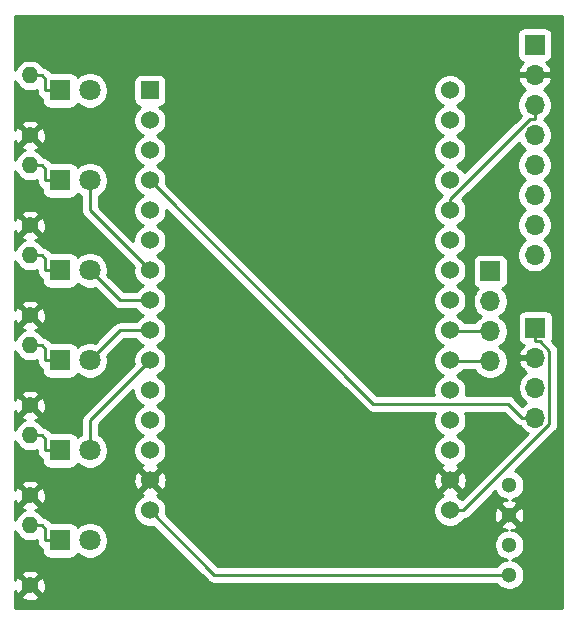
<source format=gbr>
%TF.GenerationSoftware,KiCad,Pcbnew,(5.1.10)-1*%
%TF.CreationDate,2021-11-03T12:27:00+01:00*%
%TF.ProjectId,airQualityV2,61697251-7561-46c6-9974-7956322e6b69,rev?*%
%TF.SameCoordinates,Original*%
%TF.FileFunction,Copper,L2,Bot*%
%TF.FilePolarity,Positive*%
%FSLAX46Y46*%
G04 Gerber Fmt 4.6, Leading zero omitted, Abs format (unit mm)*
G04 Created by KiCad (PCBNEW (5.1.10)-1) date 2021-11-03 12:27:00*
%MOMM*%
%LPD*%
G01*
G04 APERTURE LIST*
%TA.AperFunction,ComponentPad*%
%ADD10O,1.700000X1.700000*%
%TD*%
%TA.AperFunction,ComponentPad*%
%ADD11R,1.700000X1.700000*%
%TD*%
%TA.AperFunction,ComponentPad*%
%ADD12O,1.400000X1.400000*%
%TD*%
%TA.AperFunction,ComponentPad*%
%ADD13C,1.400000*%
%TD*%
%TA.AperFunction,ComponentPad*%
%ADD14C,1.800000*%
%TD*%
%TA.AperFunction,ComponentPad*%
%ADD15R,1.800000X1.800000*%
%TD*%
%TA.AperFunction,ComponentPad*%
%ADD16C,1.524000*%
%TD*%
%TA.AperFunction,ComponentPad*%
%ADD17R,1.524000X1.524000*%
%TD*%
%TA.AperFunction,ComponentPad*%
%ADD18C,1.300000*%
%TD*%
%TA.AperFunction,Conductor*%
%ADD19C,0.250000*%
%TD*%
%TA.AperFunction,Conductor*%
%ADD20C,0.254000*%
%TD*%
%TA.AperFunction,Conductor*%
%ADD21C,0.100000*%
%TD*%
G04 APERTURE END LIST*
D10*
%TO.P,J3,4*%
%TO.N,MQ7A*%
X174880000Y-107710000D03*
%TO.P,J3,3*%
%TO.N,Net-(J3-Pad3)*%
X174880000Y-105170000D03*
%TO.P,J3,2*%
%TO.N,GND*%
X174880000Y-102630000D03*
D11*
%TO.P,J3,1*%
%TO.N,+3V3*%
X174880000Y-100090000D03*
%TD*%
D12*
%TO.P,R6,2*%
%TO.N,Net-(D6-Pad1)*%
X132080000Y-93980000D03*
D13*
%TO.P,R6,1*%
%TO.N,GND*%
X132080000Y-99060000D03*
%TD*%
D14*
%TO.P,D6,2*%
%TO.N,Net-(D6-Pad2)*%
X137160000Y-95250000D03*
D15*
%TO.P,D6,1*%
%TO.N,Net-(D6-Pad1)*%
X134620000Y-95250000D03*
%TD*%
D12*
%TO.P,R5,2*%
%TO.N,Net-(D3-Pad1)*%
X132080000Y-109220000D03*
D13*
%TO.P,R5,1*%
%TO.N,GND*%
X132080000Y-114300000D03*
%TD*%
D12*
%TO.P,R4,2*%
%TO.N,Net-(D1-Pad1)*%
X132080000Y-86360000D03*
D13*
%TO.P,R4,1*%
%TO.N,GND*%
X132080000Y-91440000D03*
%TD*%
D12*
%TO.P,R3,2*%
%TO.N,Net-(D4-Pad1)*%
X132080000Y-101600000D03*
D13*
%TO.P,R3,1*%
%TO.N,GND*%
X132080000Y-106680000D03*
%TD*%
D12*
%TO.P,R2,2*%
%TO.N,Net-(D5-Pad1)*%
X132080000Y-78740000D03*
D13*
%TO.P,R2,1*%
%TO.N,GND*%
X132080000Y-83820000D03*
%TD*%
D12*
%TO.P,R1,2*%
%TO.N,Net-(D2-Pad1)*%
X132080000Y-116840000D03*
D13*
%TO.P,R1,1*%
%TO.N,GND*%
X132080000Y-121920000D03*
%TD*%
D14*
%TO.P,D5,2*%
%TO.N,Net-(D5-Pad2)*%
X137160000Y-80010000D03*
D15*
%TO.P,D5,1*%
%TO.N,Net-(D5-Pad1)*%
X134620000Y-80010000D03*
%TD*%
D14*
%TO.P,D4,2*%
%TO.N,Net-(D4-Pad2)*%
X137160000Y-102870000D03*
D15*
%TO.P,D4,1*%
%TO.N,Net-(D4-Pad1)*%
X134620000Y-102870000D03*
%TD*%
D14*
%TO.P,D3,2*%
%TO.N,Net-(D3-Pad2)*%
X137160000Y-110490000D03*
D15*
%TO.P,D3,1*%
%TO.N,Net-(D3-Pad1)*%
X134620000Y-110490000D03*
%TD*%
D14*
%TO.P,D2,2*%
%TO.N,Net-(D2-Pad2)*%
X137160000Y-118110000D03*
D15*
%TO.P,D2,1*%
%TO.N,Net-(D2-Pad1)*%
X134620000Y-118110000D03*
%TD*%
D14*
%TO.P,D1,2*%
%TO.N,Net-(D1-Pad2)*%
X137160000Y-87630000D03*
D15*
%TO.P,D1,1*%
%TO.N,Net-(D1-Pad1)*%
X134620000Y-87630000D03*
%TD*%
D16*
%TO.P,U1,30*%
%TO.N,Net-(U1-Pad30)*%
X167640000Y-80010000D03*
%TO.P,U1,29*%
%TO.N,scl*%
X167640000Y-82550000D03*
%TO.P,U1,28*%
%TO.N,Net-(U1-Pad28)*%
X167640000Y-85090000D03*
%TO.P,U1,27*%
%TO.N,Net-(U1-Pad27)*%
X167640000Y-87630000D03*
%TO.P,U1,26*%
%TO.N,sda*%
X167640000Y-90170000D03*
%TO.P,U1,25*%
%TO.N,Net-(U1-Pad25)*%
X167640000Y-92710000D03*
%TO.P,U1,24*%
%TO.N,Net-(U1-Pad24)*%
X167640000Y-95250000D03*
%TO.P,U1,23*%
%TO.N,Net-(U1-Pad23)*%
X167640000Y-97790000D03*
%TO.P,U1,22*%
%TO.N,Net-(J1-Pad3)*%
X167640000Y-100330000D03*
%TO.P,U1,21*%
%TO.N,Net-(J1-Pad4)*%
X167640000Y-102870000D03*
%TO.P,U1,20*%
%TO.N,Net-(U1-Pad20)*%
X167640000Y-105410000D03*
%TO.P,U1,19*%
%TO.N,Net-(U1-Pad19)*%
X167640000Y-107950000D03*
%TO.P,U1,18*%
%TO.N,Net-(U1-Pad18)*%
X167640000Y-110490000D03*
%TO.P,U1,17*%
%TO.N,GND*%
X167640000Y-113030000D03*
%TO.P,U1,16*%
%TO.N,+3V3*%
X167640000Y-115570000D03*
%TO.P,U1,15*%
%TO.N,+5V*%
X142240000Y-115570000D03*
%TO.P,U1,14*%
%TO.N,GND*%
X142240000Y-113030000D03*
%TO.P,U1,13*%
%TO.N,Net-(U1-Pad13)*%
X142240000Y-110490000D03*
%TO.P,U1,12*%
%TO.N,Net-(U1-Pad12)*%
X142240000Y-107950000D03*
%TO.P,U1,11*%
%TO.N,Net-(D2-Pad2)*%
X142240000Y-105410000D03*
%TO.P,U1,10*%
%TO.N,Net-(D3-Pad2)*%
X142240000Y-102870000D03*
%TO.P,U1,9*%
%TO.N,Net-(D4-Pad2)*%
X142240000Y-100330000D03*
%TO.P,U1,8*%
%TO.N,Net-(D6-Pad2)*%
X142240000Y-97790000D03*
%TO.P,U1,7*%
%TO.N,Net-(D1-Pad2)*%
X142240000Y-95250000D03*
%TO.P,U1,6*%
%TO.N,Net-(D5-Pad2)*%
X142240000Y-92710000D03*
%TO.P,U1,5*%
%TO.N,Net-(U1-Pad5)*%
X142240000Y-90170000D03*
%TO.P,U1,4*%
%TO.N,MQ7A*%
X142240000Y-87630000D03*
%TO.P,U1,3*%
%TO.N,Net-(U1-Pad3)*%
X142240000Y-85090000D03*
%TO.P,U1,2*%
%TO.N,Net-(U1-Pad2)*%
X142240000Y-82550000D03*
D17*
%TO.P,U1,1*%
%TO.N,Net-(U1-Pad1)*%
X142240000Y-80010000D03*
%TD*%
D18*
%TO.P,RH1,4*%
%TO.N,scl*%
X172650000Y-113410000D03*
%TO.P,RH1,3*%
%TO.N,GND*%
X172650000Y-115950000D03*
%TO.P,RH1,2*%
%TO.N,sda*%
X172650000Y-118490000D03*
%TO.P,RH1,1*%
%TO.N,+5V*%
X172650000Y-121030000D03*
%TD*%
D10*
%TO.P,J2,8*%
%TO.N,Net-(J2-Pad8)*%
X174800000Y-93930000D03*
%TO.P,J2,7*%
%TO.N,Net-(J2-Pad7)*%
X174800000Y-91390000D03*
%TO.P,J2,6*%
%TO.N,Net-(J2-Pad6)*%
X174800000Y-88850000D03*
%TO.P,J2,5*%
%TO.N,Net-(J2-Pad5)*%
X174800000Y-86310000D03*
%TO.P,J2,4*%
%TO.N,scl*%
X174800000Y-83770000D03*
%TO.P,J2,3*%
%TO.N,sda*%
X174800000Y-81230000D03*
%TO.P,J2,2*%
%TO.N,GND*%
X174800000Y-78690000D03*
D11*
%TO.P,J2,1*%
%TO.N,+3V3*%
X174800000Y-76150000D03*
%TD*%
D10*
%TO.P,J1,4*%
%TO.N,Net-(J1-Pad4)*%
X171040000Y-102950000D03*
%TO.P,J1,3*%
%TO.N,Net-(J1-Pad3)*%
X171040000Y-100410000D03*
%TO.P,J1,2*%
%TO.N,Net-(J1-Pad2)*%
X171040000Y-97870000D03*
D11*
%TO.P,J1,1*%
%TO.N,Net-(J1-Pad1)*%
X171040000Y-95330000D03*
%TD*%
D19*
%TO.N,Net-(J1-Pad4)*%
X171040000Y-102950000D02*
X167720000Y-102950000D01*
X167720000Y-102950000D02*
X167640000Y-102870000D01*
%TO.N,Net-(J1-Pad3)*%
X171040000Y-100410000D02*
X167720000Y-100410000D01*
X167720000Y-100410000D02*
X167640000Y-100330000D01*
%TO.N,sda*%
X174800000Y-81230000D02*
X174800000Y-82405300D01*
X174800000Y-82405300D02*
X174432600Y-82405300D01*
X174432600Y-82405300D02*
X167640000Y-89197900D01*
X167640000Y-89197900D02*
X167640000Y-90170000D01*
%TO.N,+3V3*%
X174880000Y-100090000D02*
X174880000Y-101265300D01*
X167640000Y-115570000D02*
X168768500Y-115570000D01*
X168768500Y-115570000D02*
X176055300Y-108283200D01*
X176055300Y-108283200D02*
X176055300Y-102073200D01*
X176055300Y-102073200D02*
X175247400Y-101265300D01*
X175247400Y-101265300D02*
X174880000Y-101265300D01*
%TO.N,+5V*%
X172650000Y-121030000D02*
X147700000Y-121030000D01*
X147700000Y-121030000D02*
X142240000Y-115570000D01*
%TO.N,Net-(D1-Pad2)*%
X142240000Y-95250000D02*
X137160000Y-90170000D01*
X137160000Y-90170000D02*
X137160000Y-87630000D01*
%TO.N,Net-(D1-Pad1)*%
X134620000Y-87630000D02*
X133394700Y-87630000D01*
X132080000Y-86360000D02*
X133105300Y-86360000D01*
X133394700Y-87630000D02*
X133394700Y-86649400D01*
X133394700Y-86649400D02*
X133105300Y-86360000D01*
%TO.N,Net-(D2-Pad1)*%
X134620000Y-118110000D02*
X133394700Y-118110000D01*
X132080000Y-116840000D02*
X133105300Y-116840000D01*
X133394700Y-118110000D02*
X133394700Y-117129400D01*
X133394700Y-117129400D02*
X133105300Y-116840000D01*
%TO.N,Net-(D3-Pad2)*%
X142240000Y-102870000D02*
X137160000Y-107950000D01*
X137160000Y-107950000D02*
X137160000Y-110490000D01*
%TO.N,Net-(D3-Pad1)*%
X134620000Y-110490000D02*
X133394700Y-110490000D01*
X132080000Y-109220000D02*
X133105300Y-109220000D01*
X133394700Y-110490000D02*
X133394700Y-109509400D01*
X133394700Y-109509400D02*
X133105300Y-109220000D01*
%TO.N,Net-(D4-Pad2)*%
X142240000Y-100330000D02*
X139700000Y-100330000D01*
X139700000Y-100330000D02*
X137160000Y-102870000D01*
%TO.N,Net-(D4-Pad1)*%
X134620000Y-102870000D02*
X133394700Y-102870000D01*
X132080000Y-101600000D02*
X133105300Y-101600000D01*
X133394700Y-102870000D02*
X133394700Y-101889400D01*
X133394700Y-101889400D02*
X133105300Y-101600000D01*
%TO.N,Net-(D5-Pad1)*%
X134620000Y-80010000D02*
X133394700Y-80010000D01*
X132080000Y-78740000D02*
X133105300Y-78740000D01*
X133394700Y-80010000D02*
X133394700Y-79029400D01*
X133394700Y-79029400D02*
X133105300Y-78740000D01*
%TO.N,Net-(D6-Pad2)*%
X142240000Y-97790000D02*
X139700000Y-97790000D01*
X139700000Y-97790000D02*
X137160000Y-95250000D01*
%TO.N,Net-(D6-Pad1)*%
X134620000Y-95250000D02*
X133394700Y-95250000D01*
X132080000Y-93980000D02*
X133105300Y-93980000D01*
X133394700Y-95250000D02*
X133394700Y-94269400D01*
X133394700Y-94269400D02*
X133105300Y-93980000D01*
%TO.N,MQ7A*%
X174880000Y-107710000D02*
X173704700Y-107710000D01*
X142240000Y-87630000D02*
X161144700Y-106534700D01*
X161144700Y-106534700D02*
X172529400Y-106534700D01*
X172529400Y-106534700D02*
X173704700Y-107710000D01*
%TD*%
D20*
%TO.N,GND*%
X177140001Y-123800000D02*
X130835000Y-123800000D01*
X130835000Y-122841269D01*
X131338336Y-122841269D01*
X131397797Y-123075037D01*
X131636242Y-123185934D01*
X131891740Y-123248183D01*
X132154473Y-123259390D01*
X132414344Y-123219125D01*
X132661366Y-123128935D01*
X132762203Y-123075037D01*
X132821664Y-122841269D01*
X132080000Y-122099605D01*
X131338336Y-122841269D01*
X130835000Y-122841269D01*
X130835000Y-122402587D01*
X130871065Y-122501366D01*
X130924963Y-122602203D01*
X131158731Y-122661664D01*
X131900395Y-121920000D01*
X132259605Y-121920000D01*
X133001269Y-122661664D01*
X133235037Y-122602203D01*
X133345934Y-122363758D01*
X133408183Y-122108260D01*
X133419390Y-121845527D01*
X133379125Y-121585656D01*
X133288935Y-121338634D01*
X133235037Y-121237797D01*
X133001269Y-121178336D01*
X132259605Y-121920000D01*
X131900395Y-121920000D01*
X131158731Y-121178336D01*
X130924963Y-121237797D01*
X130835000Y-121431231D01*
X130835000Y-120998731D01*
X131338336Y-120998731D01*
X132080000Y-121740395D01*
X132821664Y-120998731D01*
X132762203Y-120764963D01*
X132523758Y-120654066D01*
X132268260Y-120591817D01*
X132005527Y-120580610D01*
X131745656Y-120620875D01*
X131498634Y-120711065D01*
X131397797Y-120764963D01*
X131338336Y-120998731D01*
X130835000Y-120998731D01*
X130835000Y-117322825D01*
X130896939Y-117472359D01*
X131043038Y-117691013D01*
X131228987Y-117876962D01*
X131447641Y-118023061D01*
X131690595Y-118123696D01*
X131948514Y-118175000D01*
X132211486Y-118175000D01*
X132469405Y-118123696D01*
X132634700Y-118055228D01*
X132634700Y-118072666D01*
X132631023Y-118110000D01*
X132645697Y-118258986D01*
X132689154Y-118402247D01*
X132759726Y-118534276D01*
X132854699Y-118650001D01*
X132970424Y-118744974D01*
X133081928Y-118804575D01*
X133081928Y-119010000D01*
X133094188Y-119134482D01*
X133130498Y-119254180D01*
X133189463Y-119364494D01*
X133268815Y-119461185D01*
X133365506Y-119540537D01*
X133475820Y-119599502D01*
X133595518Y-119635812D01*
X133720000Y-119648072D01*
X135520000Y-119648072D01*
X135644482Y-119635812D01*
X135764180Y-119599502D01*
X135874494Y-119540537D01*
X135971185Y-119461185D01*
X136050537Y-119364494D01*
X136109502Y-119254180D01*
X136115056Y-119235873D01*
X136181495Y-119302312D01*
X136432905Y-119470299D01*
X136712257Y-119586011D01*
X137008816Y-119645000D01*
X137311184Y-119645000D01*
X137607743Y-119586011D01*
X137887095Y-119470299D01*
X138138505Y-119302312D01*
X138352312Y-119088505D01*
X138520299Y-118837095D01*
X138636011Y-118557743D01*
X138695000Y-118261184D01*
X138695000Y-117958816D01*
X138636011Y-117662257D01*
X138520299Y-117382905D01*
X138352312Y-117131495D01*
X138138505Y-116917688D01*
X137887095Y-116749701D01*
X137607743Y-116633989D01*
X137311184Y-116575000D01*
X137008816Y-116575000D01*
X136712257Y-116633989D01*
X136432905Y-116749701D01*
X136181495Y-116917688D01*
X136115056Y-116984127D01*
X136109502Y-116965820D01*
X136050537Y-116855506D01*
X135971185Y-116758815D01*
X135874494Y-116679463D01*
X135764180Y-116620498D01*
X135644482Y-116584188D01*
X135520000Y-116571928D01*
X133913413Y-116571928D01*
X133905702Y-116565600D01*
X133669103Y-116329002D01*
X133645301Y-116299999D01*
X133529576Y-116205026D01*
X133397547Y-116134454D01*
X133254286Y-116090997D01*
X133180250Y-116083705D01*
X133116962Y-115988987D01*
X132931013Y-115803038D01*
X132712359Y-115656939D01*
X132498556Y-115568379D01*
X132661366Y-115508935D01*
X132762203Y-115455037D01*
X132767958Y-115432408D01*
X140843000Y-115432408D01*
X140843000Y-115707592D01*
X140896686Y-115977490D01*
X141001995Y-116231727D01*
X141154880Y-116460535D01*
X141349465Y-116655120D01*
X141578273Y-116808005D01*
X141832510Y-116913314D01*
X142102408Y-116967000D01*
X142377592Y-116967000D01*
X142531571Y-116936372D01*
X147136201Y-121541003D01*
X147159999Y-121570001D01*
X147188997Y-121593799D01*
X147275723Y-121664974D01*
X147400633Y-121731740D01*
X147407753Y-121735546D01*
X147551014Y-121779003D01*
X147662667Y-121790000D01*
X147662676Y-121790000D01*
X147699999Y-121793676D01*
X147737322Y-121790000D01*
X171612359Y-121790000D01*
X171651875Y-121849140D01*
X171830860Y-122028125D01*
X172041324Y-122168753D01*
X172275179Y-122265619D01*
X172523439Y-122315000D01*
X172776561Y-122315000D01*
X173024821Y-122265619D01*
X173258676Y-122168753D01*
X173469140Y-122028125D01*
X173648125Y-121849140D01*
X173788753Y-121638676D01*
X173885619Y-121404821D01*
X173935000Y-121156561D01*
X173935000Y-120903439D01*
X173885619Y-120655179D01*
X173788753Y-120421324D01*
X173648125Y-120210860D01*
X173469140Y-120031875D01*
X173258676Y-119891247D01*
X173024821Y-119794381D01*
X172851973Y-119760000D01*
X173024821Y-119725619D01*
X173258676Y-119628753D01*
X173469140Y-119488125D01*
X173648125Y-119309140D01*
X173788753Y-119098676D01*
X173885619Y-118864821D01*
X173935000Y-118616561D01*
X173935000Y-118363439D01*
X173885619Y-118115179D01*
X173788753Y-117881324D01*
X173648125Y-117670860D01*
X173469140Y-117491875D01*
X173258676Y-117351247D01*
X173024821Y-117254381D01*
X172849256Y-117219460D01*
X172976449Y-117199270D01*
X173213896Y-117111578D01*
X173302534Y-117064201D01*
X173355922Y-116835527D01*
X172650000Y-116129605D01*
X171944078Y-116835527D01*
X171997466Y-117064201D01*
X172227374Y-117170095D01*
X172441211Y-117221356D01*
X172275179Y-117254381D01*
X172041324Y-117351247D01*
X171830860Y-117491875D01*
X171651875Y-117670860D01*
X171511247Y-117881324D01*
X171414381Y-118115179D01*
X171365000Y-118363439D01*
X171365000Y-118616561D01*
X171414381Y-118864821D01*
X171511247Y-119098676D01*
X171651875Y-119309140D01*
X171830860Y-119488125D01*
X172041324Y-119628753D01*
X172275179Y-119725619D01*
X172448027Y-119760000D01*
X172275179Y-119794381D01*
X172041324Y-119891247D01*
X171830860Y-120031875D01*
X171651875Y-120210860D01*
X171612359Y-120270000D01*
X148014802Y-120270000D01*
X143606372Y-115861571D01*
X143637000Y-115707592D01*
X143637000Y-115432408D01*
X143583314Y-115162510D01*
X143478005Y-114908273D01*
X143325120Y-114679465D01*
X143130535Y-114484880D01*
X142901727Y-114331995D01*
X142830057Y-114302308D01*
X142843023Y-114297636D01*
X142958980Y-114235656D01*
X143025960Y-113995565D01*
X142240000Y-113209605D01*
X141454040Y-113995565D01*
X141521020Y-114235656D01*
X141656760Y-114299485D01*
X141578273Y-114331995D01*
X141349465Y-114484880D01*
X141154880Y-114679465D01*
X141001995Y-114908273D01*
X140896686Y-115162510D01*
X140843000Y-115432408D01*
X132767958Y-115432408D01*
X132821664Y-115221269D01*
X132080000Y-114479605D01*
X131338336Y-115221269D01*
X131397797Y-115455037D01*
X131636242Y-115565934D01*
X131655827Y-115570706D01*
X131447641Y-115656939D01*
X131228987Y-115803038D01*
X131043038Y-115988987D01*
X130896939Y-116207641D01*
X130835000Y-116357175D01*
X130835000Y-114782587D01*
X130871065Y-114881366D01*
X130924963Y-114982203D01*
X131158731Y-115041664D01*
X131900395Y-114300000D01*
X132259605Y-114300000D01*
X133001269Y-115041664D01*
X133235037Y-114982203D01*
X133345934Y-114743758D01*
X133408183Y-114488260D01*
X133419390Y-114225527D01*
X133379125Y-113965656D01*
X133288935Y-113718634D01*
X133235037Y-113617797D01*
X133001269Y-113558336D01*
X132259605Y-114300000D01*
X131900395Y-114300000D01*
X131158731Y-113558336D01*
X130924963Y-113617797D01*
X130835000Y-113811231D01*
X130835000Y-113378731D01*
X131338336Y-113378731D01*
X132080000Y-114120395D01*
X132821664Y-113378731D01*
X132762203Y-113144963D01*
X132669863Y-113102017D01*
X140838090Y-113102017D01*
X140879078Y-113374133D01*
X140972364Y-113633023D01*
X141034344Y-113748980D01*
X141274435Y-113815960D01*
X142060395Y-113030000D01*
X142419605Y-113030000D01*
X143205565Y-113815960D01*
X143445656Y-113748980D01*
X143562756Y-113499952D01*
X143629023Y-113232865D01*
X143635157Y-113102017D01*
X166238090Y-113102017D01*
X166279078Y-113374133D01*
X166372364Y-113633023D01*
X166434344Y-113748980D01*
X166674435Y-113815960D01*
X167460395Y-113030000D01*
X167819605Y-113030000D01*
X168605565Y-113815960D01*
X168845656Y-113748980D01*
X168962756Y-113499952D01*
X169029023Y-113232865D01*
X169041910Y-112957983D01*
X169000922Y-112685867D01*
X168907636Y-112426977D01*
X168845656Y-112311020D01*
X168605565Y-112244040D01*
X167819605Y-113030000D01*
X167460395Y-113030000D01*
X166674435Y-112244040D01*
X166434344Y-112311020D01*
X166317244Y-112560048D01*
X166250977Y-112827135D01*
X166238090Y-113102017D01*
X143635157Y-113102017D01*
X143641910Y-112957983D01*
X143600922Y-112685867D01*
X143507636Y-112426977D01*
X143445656Y-112311020D01*
X143205565Y-112244040D01*
X142419605Y-113030000D01*
X142060395Y-113030000D01*
X141274435Y-112244040D01*
X141034344Y-112311020D01*
X140917244Y-112560048D01*
X140850977Y-112827135D01*
X140838090Y-113102017D01*
X132669863Y-113102017D01*
X132523758Y-113034066D01*
X132268260Y-112971817D01*
X132005527Y-112960610D01*
X131745656Y-113000875D01*
X131498634Y-113091065D01*
X131397797Y-113144963D01*
X131338336Y-113378731D01*
X130835000Y-113378731D01*
X130835000Y-109702825D01*
X130896939Y-109852359D01*
X131043038Y-110071013D01*
X131228987Y-110256962D01*
X131447641Y-110403061D01*
X131690595Y-110503696D01*
X131948514Y-110555000D01*
X132211486Y-110555000D01*
X132469405Y-110503696D01*
X132634700Y-110435228D01*
X132634700Y-110452666D01*
X132631023Y-110490000D01*
X132645697Y-110638986D01*
X132689154Y-110782247D01*
X132759726Y-110914276D01*
X132854699Y-111030001D01*
X132970424Y-111124974D01*
X133081928Y-111184575D01*
X133081928Y-111390000D01*
X133094188Y-111514482D01*
X133130498Y-111634180D01*
X133189463Y-111744494D01*
X133268815Y-111841185D01*
X133365506Y-111920537D01*
X133475820Y-111979502D01*
X133595518Y-112015812D01*
X133720000Y-112028072D01*
X135520000Y-112028072D01*
X135644482Y-112015812D01*
X135764180Y-111979502D01*
X135874494Y-111920537D01*
X135971185Y-111841185D01*
X136050537Y-111744494D01*
X136109502Y-111634180D01*
X136115056Y-111615873D01*
X136181495Y-111682312D01*
X136432905Y-111850299D01*
X136712257Y-111966011D01*
X137008816Y-112025000D01*
X137311184Y-112025000D01*
X137607743Y-111966011D01*
X137887095Y-111850299D01*
X138138505Y-111682312D01*
X138352312Y-111468505D01*
X138520299Y-111217095D01*
X138636011Y-110937743D01*
X138695000Y-110641184D01*
X138695000Y-110338816D01*
X138636011Y-110042257D01*
X138520299Y-109762905D01*
X138352312Y-109511495D01*
X138138505Y-109297688D01*
X137920000Y-109151687D01*
X137920000Y-108264801D01*
X140843000Y-105341802D01*
X140843000Y-105547592D01*
X140896686Y-105817490D01*
X141001995Y-106071727D01*
X141154880Y-106300535D01*
X141349465Y-106495120D01*
X141578273Y-106648005D01*
X141655515Y-106680000D01*
X141578273Y-106711995D01*
X141349465Y-106864880D01*
X141154880Y-107059465D01*
X141001995Y-107288273D01*
X140896686Y-107542510D01*
X140843000Y-107812408D01*
X140843000Y-108087592D01*
X140896686Y-108357490D01*
X141001995Y-108611727D01*
X141154880Y-108840535D01*
X141349465Y-109035120D01*
X141578273Y-109188005D01*
X141655515Y-109220000D01*
X141578273Y-109251995D01*
X141349465Y-109404880D01*
X141154880Y-109599465D01*
X141001995Y-109828273D01*
X140896686Y-110082510D01*
X140843000Y-110352408D01*
X140843000Y-110627592D01*
X140896686Y-110897490D01*
X141001995Y-111151727D01*
X141154880Y-111380535D01*
X141349465Y-111575120D01*
X141578273Y-111728005D01*
X141649943Y-111757692D01*
X141636977Y-111762364D01*
X141521020Y-111824344D01*
X141454040Y-112064435D01*
X142240000Y-112850395D01*
X143025960Y-112064435D01*
X142958980Y-111824344D01*
X142823240Y-111760515D01*
X142901727Y-111728005D01*
X143130535Y-111575120D01*
X143325120Y-111380535D01*
X143478005Y-111151727D01*
X143583314Y-110897490D01*
X143637000Y-110627592D01*
X143637000Y-110352408D01*
X143583314Y-110082510D01*
X143478005Y-109828273D01*
X143325120Y-109599465D01*
X143130535Y-109404880D01*
X142901727Y-109251995D01*
X142824485Y-109220000D01*
X142901727Y-109188005D01*
X143130535Y-109035120D01*
X143325120Y-108840535D01*
X143478005Y-108611727D01*
X143583314Y-108357490D01*
X143637000Y-108087592D01*
X143637000Y-107812408D01*
X143583314Y-107542510D01*
X143478005Y-107288273D01*
X143325120Y-107059465D01*
X143130535Y-106864880D01*
X142901727Y-106711995D01*
X142824485Y-106680000D01*
X142901727Y-106648005D01*
X143130535Y-106495120D01*
X143325120Y-106300535D01*
X143478005Y-106071727D01*
X143583314Y-105817490D01*
X143637000Y-105547592D01*
X143637000Y-105272408D01*
X143583314Y-105002510D01*
X143478005Y-104748273D01*
X143325120Y-104519465D01*
X143130535Y-104324880D01*
X142901727Y-104171995D01*
X142824485Y-104140000D01*
X142901727Y-104108005D01*
X143130535Y-103955120D01*
X143325120Y-103760535D01*
X143478005Y-103531727D01*
X143583314Y-103277490D01*
X143637000Y-103007592D01*
X143637000Y-102732408D01*
X143583314Y-102462510D01*
X143478005Y-102208273D01*
X143325120Y-101979465D01*
X143130535Y-101784880D01*
X142901727Y-101631995D01*
X142824485Y-101600000D01*
X142901727Y-101568005D01*
X143130535Y-101415120D01*
X143325120Y-101220535D01*
X143478005Y-100991727D01*
X143583314Y-100737490D01*
X143637000Y-100467592D01*
X143637000Y-100192408D01*
X143583314Y-99922510D01*
X143478005Y-99668273D01*
X143325120Y-99439465D01*
X143130535Y-99244880D01*
X142901727Y-99091995D01*
X142824485Y-99060000D01*
X142901727Y-99028005D01*
X143130535Y-98875120D01*
X143325120Y-98680535D01*
X143478005Y-98451727D01*
X143583314Y-98197490D01*
X143637000Y-97927592D01*
X143637000Y-97652408D01*
X143583314Y-97382510D01*
X143478005Y-97128273D01*
X143325120Y-96899465D01*
X143130535Y-96704880D01*
X142901727Y-96551995D01*
X142824485Y-96520000D01*
X142901727Y-96488005D01*
X143130535Y-96335120D01*
X143325120Y-96140535D01*
X143478005Y-95911727D01*
X143583314Y-95657490D01*
X143637000Y-95387592D01*
X143637000Y-95112408D01*
X143583314Y-94842510D01*
X143478005Y-94588273D01*
X143325120Y-94359465D01*
X143130535Y-94164880D01*
X142901727Y-94011995D01*
X142824485Y-93980000D01*
X142901727Y-93948005D01*
X143130535Y-93795120D01*
X143325120Y-93600535D01*
X143478005Y-93371727D01*
X143583314Y-93117490D01*
X143637000Y-92847592D01*
X143637000Y-92572408D01*
X143583314Y-92302510D01*
X143478005Y-92048273D01*
X143325120Y-91819465D01*
X143130535Y-91624880D01*
X142901727Y-91471995D01*
X142824485Y-91440000D01*
X142901727Y-91408005D01*
X143130535Y-91255120D01*
X143325120Y-91060535D01*
X143478005Y-90831727D01*
X143583314Y-90577490D01*
X143637000Y-90307592D01*
X143637000Y-90101801D01*
X160580900Y-107045702D01*
X160604699Y-107074701D01*
X160633697Y-107098499D01*
X160720423Y-107169674D01*
X160779024Y-107200997D01*
X160852453Y-107240246D01*
X160995714Y-107283703D01*
X161107367Y-107294700D01*
X161107376Y-107294700D01*
X161144699Y-107298376D01*
X161182022Y-107294700D01*
X166399333Y-107294700D01*
X166296686Y-107542510D01*
X166243000Y-107812408D01*
X166243000Y-108087592D01*
X166296686Y-108357490D01*
X166401995Y-108611727D01*
X166554880Y-108840535D01*
X166749465Y-109035120D01*
X166978273Y-109188005D01*
X167055515Y-109220000D01*
X166978273Y-109251995D01*
X166749465Y-109404880D01*
X166554880Y-109599465D01*
X166401995Y-109828273D01*
X166296686Y-110082510D01*
X166243000Y-110352408D01*
X166243000Y-110627592D01*
X166296686Y-110897490D01*
X166401995Y-111151727D01*
X166554880Y-111380535D01*
X166749465Y-111575120D01*
X166978273Y-111728005D01*
X167049943Y-111757692D01*
X167036977Y-111762364D01*
X166921020Y-111824344D01*
X166854040Y-112064435D01*
X167640000Y-112850395D01*
X168425960Y-112064435D01*
X168358980Y-111824344D01*
X168223240Y-111760515D01*
X168301727Y-111728005D01*
X168530535Y-111575120D01*
X168725120Y-111380535D01*
X168878005Y-111151727D01*
X168983314Y-110897490D01*
X169037000Y-110627592D01*
X169037000Y-110352408D01*
X168983314Y-110082510D01*
X168878005Y-109828273D01*
X168725120Y-109599465D01*
X168530535Y-109404880D01*
X168301727Y-109251995D01*
X168224485Y-109220000D01*
X168301727Y-109188005D01*
X168530535Y-109035120D01*
X168725120Y-108840535D01*
X168878005Y-108611727D01*
X168983314Y-108357490D01*
X169037000Y-108087592D01*
X169037000Y-107812408D01*
X168983314Y-107542510D01*
X168880667Y-107294700D01*
X172214599Y-107294700D01*
X173140901Y-108221003D01*
X173164699Y-108250001D01*
X173280424Y-108344974D01*
X173412453Y-108415546D01*
X173555714Y-108459003D01*
X173597204Y-108463089D01*
X173726525Y-108656632D01*
X173933368Y-108863475D01*
X174176589Y-109025990D01*
X174219806Y-109043891D01*
X168654677Y-114609022D01*
X168530535Y-114484880D01*
X168301727Y-114331995D01*
X168230057Y-114302308D01*
X168243023Y-114297636D01*
X168358980Y-114235656D01*
X168425960Y-113995565D01*
X167640000Y-113209605D01*
X166854040Y-113995565D01*
X166921020Y-114235656D01*
X167056760Y-114299485D01*
X166978273Y-114331995D01*
X166749465Y-114484880D01*
X166554880Y-114679465D01*
X166401995Y-114908273D01*
X166296686Y-115162510D01*
X166243000Y-115432408D01*
X166243000Y-115707592D01*
X166296686Y-115977490D01*
X166401995Y-116231727D01*
X166554880Y-116460535D01*
X166749465Y-116655120D01*
X166978273Y-116808005D01*
X167232510Y-116913314D01*
X167502408Y-116967000D01*
X167777592Y-116967000D01*
X168047490Y-116913314D01*
X168301727Y-116808005D01*
X168530535Y-116655120D01*
X168725120Y-116460535D01*
X168812799Y-116329314D01*
X168917486Y-116319003D01*
X169060747Y-116275546D01*
X169192776Y-116204974D01*
X169308501Y-116110001D01*
X169332304Y-116080997D01*
X169386846Y-116026455D01*
X171361048Y-116026455D01*
X171400730Y-116276449D01*
X171488422Y-116513896D01*
X171535799Y-116602534D01*
X171764473Y-116655922D01*
X172470395Y-115950000D01*
X172829605Y-115950000D01*
X173535527Y-116655922D01*
X173764201Y-116602534D01*
X173870095Y-116372626D01*
X173929102Y-116126476D01*
X173938952Y-115873545D01*
X173899270Y-115623551D01*
X173811578Y-115386104D01*
X173764201Y-115297466D01*
X173535527Y-115244078D01*
X172829605Y-115950000D01*
X172470395Y-115950000D01*
X171764473Y-115244078D01*
X171535799Y-115297466D01*
X171429905Y-115527374D01*
X171370898Y-115773524D01*
X171361048Y-116026455D01*
X169386846Y-116026455D01*
X171477089Y-113936212D01*
X171511247Y-114018676D01*
X171651875Y-114229140D01*
X171830860Y-114408125D01*
X172041324Y-114548753D01*
X172275179Y-114645619D01*
X172450744Y-114680540D01*
X172323551Y-114700730D01*
X172086104Y-114788422D01*
X171997466Y-114835799D01*
X171944078Y-115064473D01*
X172650000Y-115770395D01*
X173355922Y-115064473D01*
X173302534Y-114835799D01*
X173072626Y-114729905D01*
X172858789Y-114678644D01*
X173024821Y-114645619D01*
X173258676Y-114548753D01*
X173469140Y-114408125D01*
X173648125Y-114229140D01*
X173788753Y-114018676D01*
X173885619Y-113784821D01*
X173935000Y-113536561D01*
X173935000Y-113283439D01*
X173885619Y-113035179D01*
X173788753Y-112801324D01*
X173648125Y-112590860D01*
X173469140Y-112411875D01*
X173258676Y-112271247D01*
X173176213Y-112237089D01*
X176566309Y-108846994D01*
X176595301Y-108823201D01*
X176619095Y-108794208D01*
X176619099Y-108794204D01*
X176690273Y-108707477D01*
X176690274Y-108707476D01*
X176760846Y-108575447D01*
X176804303Y-108432186D01*
X176815300Y-108320533D01*
X176815300Y-108320524D01*
X176818976Y-108283201D01*
X176815300Y-108245878D01*
X176815300Y-102110522D01*
X176818976Y-102073199D01*
X176815300Y-102035876D01*
X176815300Y-102035867D01*
X176804303Y-101924214D01*
X176760846Y-101780953D01*
X176743759Y-101748986D01*
X176690274Y-101648923D01*
X176619099Y-101562197D01*
X176595301Y-101533199D01*
X176566302Y-101509401D01*
X176292186Y-101235284D01*
X176319502Y-101184180D01*
X176355812Y-101064482D01*
X176368072Y-100940000D01*
X176368072Y-99240000D01*
X176355812Y-99115518D01*
X176319502Y-98995820D01*
X176260537Y-98885506D01*
X176181185Y-98788815D01*
X176084494Y-98709463D01*
X175974180Y-98650498D01*
X175854482Y-98614188D01*
X175730000Y-98601928D01*
X174030000Y-98601928D01*
X173905518Y-98614188D01*
X173785820Y-98650498D01*
X173675506Y-98709463D01*
X173578815Y-98788815D01*
X173499463Y-98885506D01*
X173440498Y-98995820D01*
X173404188Y-99115518D01*
X173391928Y-99240000D01*
X173391928Y-100940000D01*
X173404188Y-101064482D01*
X173440498Y-101184180D01*
X173499463Y-101294494D01*
X173578815Y-101391185D01*
X173675506Y-101470537D01*
X173785820Y-101529502D01*
X173866466Y-101553966D01*
X173782412Y-101629731D01*
X173608359Y-101863080D01*
X173483175Y-102125901D01*
X173438524Y-102273110D01*
X173559845Y-102503000D01*
X174753000Y-102503000D01*
X174753000Y-102483000D01*
X175007000Y-102483000D01*
X175007000Y-102503000D01*
X175027000Y-102503000D01*
X175027000Y-102757000D01*
X175007000Y-102757000D01*
X175007000Y-102777000D01*
X174753000Y-102777000D01*
X174753000Y-102757000D01*
X173559845Y-102757000D01*
X173438524Y-102986890D01*
X173483175Y-103134099D01*
X173608359Y-103396920D01*
X173782412Y-103630269D01*
X173998645Y-103825178D01*
X174115534Y-103894805D01*
X173933368Y-104016525D01*
X173726525Y-104223368D01*
X173564010Y-104466589D01*
X173452068Y-104736842D01*
X173395000Y-105023740D01*
X173395000Y-105316260D01*
X173452068Y-105603158D01*
X173564010Y-105873411D01*
X173726525Y-106116632D01*
X173933368Y-106323475D01*
X174107760Y-106440000D01*
X173933368Y-106556525D01*
X173779697Y-106710196D01*
X173093204Y-106023703D01*
X173069401Y-105994699D01*
X172953676Y-105899726D01*
X172821647Y-105829154D01*
X172678386Y-105785697D01*
X172566733Y-105774700D01*
X172566722Y-105774700D01*
X172529400Y-105771024D01*
X172492078Y-105774700D01*
X168991825Y-105774700D01*
X169037000Y-105547592D01*
X169037000Y-105272408D01*
X168983314Y-105002510D01*
X168878005Y-104748273D01*
X168725120Y-104519465D01*
X168530535Y-104324880D01*
X168301727Y-104171995D01*
X168224485Y-104140000D01*
X168301727Y-104108005D01*
X168530535Y-103955120D01*
X168725120Y-103760535D01*
X168758886Y-103710000D01*
X169761822Y-103710000D01*
X169886525Y-103896632D01*
X170093368Y-104103475D01*
X170336589Y-104265990D01*
X170606842Y-104377932D01*
X170893740Y-104435000D01*
X171186260Y-104435000D01*
X171473158Y-104377932D01*
X171743411Y-104265990D01*
X171986632Y-104103475D01*
X172193475Y-103896632D01*
X172355990Y-103653411D01*
X172467932Y-103383158D01*
X172525000Y-103096260D01*
X172525000Y-102803740D01*
X172467932Y-102516842D01*
X172355990Y-102246589D01*
X172193475Y-102003368D01*
X171986632Y-101796525D01*
X171812240Y-101680000D01*
X171986632Y-101563475D01*
X172193475Y-101356632D01*
X172355990Y-101113411D01*
X172467932Y-100843158D01*
X172525000Y-100556260D01*
X172525000Y-100263740D01*
X172467932Y-99976842D01*
X172355990Y-99706589D01*
X172193475Y-99463368D01*
X171986632Y-99256525D01*
X171812240Y-99140000D01*
X171986632Y-99023475D01*
X172193475Y-98816632D01*
X172355990Y-98573411D01*
X172467932Y-98303158D01*
X172525000Y-98016260D01*
X172525000Y-97723740D01*
X172467932Y-97436842D01*
X172355990Y-97166589D01*
X172193475Y-96923368D01*
X172061620Y-96791513D01*
X172134180Y-96769502D01*
X172244494Y-96710537D01*
X172341185Y-96631185D01*
X172420537Y-96534494D01*
X172479502Y-96424180D01*
X172515812Y-96304482D01*
X172528072Y-96180000D01*
X172528072Y-94480000D01*
X172515812Y-94355518D01*
X172479502Y-94235820D01*
X172420537Y-94125506D01*
X172341185Y-94028815D01*
X172244494Y-93949463D01*
X172134180Y-93890498D01*
X172014482Y-93854188D01*
X171890000Y-93841928D01*
X170190000Y-93841928D01*
X170065518Y-93854188D01*
X169945820Y-93890498D01*
X169835506Y-93949463D01*
X169738815Y-94028815D01*
X169659463Y-94125506D01*
X169600498Y-94235820D01*
X169564188Y-94355518D01*
X169551928Y-94480000D01*
X169551928Y-96180000D01*
X169564188Y-96304482D01*
X169600498Y-96424180D01*
X169659463Y-96534494D01*
X169738815Y-96631185D01*
X169835506Y-96710537D01*
X169945820Y-96769502D01*
X170018380Y-96791513D01*
X169886525Y-96923368D01*
X169724010Y-97166589D01*
X169612068Y-97436842D01*
X169555000Y-97723740D01*
X169555000Y-98016260D01*
X169612068Y-98303158D01*
X169724010Y-98573411D01*
X169886525Y-98816632D01*
X170093368Y-99023475D01*
X170267760Y-99140000D01*
X170093368Y-99256525D01*
X169886525Y-99463368D01*
X169761822Y-99650000D01*
X168865795Y-99650000D01*
X168725120Y-99439465D01*
X168530535Y-99244880D01*
X168301727Y-99091995D01*
X168224485Y-99060000D01*
X168301727Y-99028005D01*
X168530535Y-98875120D01*
X168725120Y-98680535D01*
X168878005Y-98451727D01*
X168983314Y-98197490D01*
X169037000Y-97927592D01*
X169037000Y-97652408D01*
X168983314Y-97382510D01*
X168878005Y-97128273D01*
X168725120Y-96899465D01*
X168530535Y-96704880D01*
X168301727Y-96551995D01*
X168224485Y-96520000D01*
X168301727Y-96488005D01*
X168530535Y-96335120D01*
X168725120Y-96140535D01*
X168878005Y-95911727D01*
X168983314Y-95657490D01*
X169037000Y-95387592D01*
X169037000Y-95112408D01*
X168983314Y-94842510D01*
X168878005Y-94588273D01*
X168725120Y-94359465D01*
X168530535Y-94164880D01*
X168301727Y-94011995D01*
X168224485Y-93980000D01*
X168301727Y-93948005D01*
X168530535Y-93795120D01*
X168725120Y-93600535D01*
X168878005Y-93371727D01*
X168983314Y-93117490D01*
X169037000Y-92847592D01*
X169037000Y-92572408D01*
X168983314Y-92302510D01*
X168878005Y-92048273D01*
X168725120Y-91819465D01*
X168530535Y-91624880D01*
X168301727Y-91471995D01*
X168224485Y-91440000D01*
X168301727Y-91408005D01*
X168530535Y-91255120D01*
X168725120Y-91060535D01*
X168878005Y-90831727D01*
X168983314Y-90577490D01*
X169037000Y-90307592D01*
X169037000Y-90032408D01*
X168983314Y-89762510D01*
X168878005Y-89508273D01*
X168725120Y-89279465D01*
X168679178Y-89233523D01*
X173470912Y-84441790D01*
X173484010Y-84473411D01*
X173646525Y-84716632D01*
X173853368Y-84923475D01*
X174027760Y-85040000D01*
X173853368Y-85156525D01*
X173646525Y-85363368D01*
X173484010Y-85606589D01*
X173372068Y-85876842D01*
X173315000Y-86163740D01*
X173315000Y-86456260D01*
X173372068Y-86743158D01*
X173484010Y-87013411D01*
X173646525Y-87256632D01*
X173853368Y-87463475D01*
X174027760Y-87580000D01*
X173853368Y-87696525D01*
X173646525Y-87903368D01*
X173484010Y-88146589D01*
X173372068Y-88416842D01*
X173315000Y-88703740D01*
X173315000Y-88996260D01*
X173372068Y-89283158D01*
X173484010Y-89553411D01*
X173646525Y-89796632D01*
X173853368Y-90003475D01*
X174027760Y-90120000D01*
X173853368Y-90236525D01*
X173646525Y-90443368D01*
X173484010Y-90686589D01*
X173372068Y-90956842D01*
X173315000Y-91243740D01*
X173315000Y-91536260D01*
X173372068Y-91823158D01*
X173484010Y-92093411D01*
X173646525Y-92336632D01*
X173853368Y-92543475D01*
X174027760Y-92660000D01*
X173853368Y-92776525D01*
X173646525Y-92983368D01*
X173484010Y-93226589D01*
X173372068Y-93496842D01*
X173315000Y-93783740D01*
X173315000Y-94076260D01*
X173372068Y-94363158D01*
X173484010Y-94633411D01*
X173646525Y-94876632D01*
X173853368Y-95083475D01*
X174096589Y-95245990D01*
X174366842Y-95357932D01*
X174653740Y-95415000D01*
X174946260Y-95415000D01*
X175233158Y-95357932D01*
X175503411Y-95245990D01*
X175746632Y-95083475D01*
X175953475Y-94876632D01*
X176115990Y-94633411D01*
X176227932Y-94363158D01*
X176285000Y-94076260D01*
X176285000Y-93783740D01*
X176227932Y-93496842D01*
X176115990Y-93226589D01*
X175953475Y-92983368D01*
X175746632Y-92776525D01*
X175572240Y-92660000D01*
X175746632Y-92543475D01*
X175953475Y-92336632D01*
X176115990Y-92093411D01*
X176227932Y-91823158D01*
X176285000Y-91536260D01*
X176285000Y-91243740D01*
X176227932Y-90956842D01*
X176115990Y-90686589D01*
X175953475Y-90443368D01*
X175746632Y-90236525D01*
X175572240Y-90120000D01*
X175746632Y-90003475D01*
X175953475Y-89796632D01*
X176115990Y-89553411D01*
X176227932Y-89283158D01*
X176285000Y-88996260D01*
X176285000Y-88703740D01*
X176227932Y-88416842D01*
X176115990Y-88146589D01*
X175953475Y-87903368D01*
X175746632Y-87696525D01*
X175572240Y-87580000D01*
X175746632Y-87463475D01*
X175953475Y-87256632D01*
X176115990Y-87013411D01*
X176227932Y-86743158D01*
X176285000Y-86456260D01*
X176285000Y-86163740D01*
X176227932Y-85876842D01*
X176115990Y-85606589D01*
X175953475Y-85363368D01*
X175746632Y-85156525D01*
X175572240Y-85040000D01*
X175746632Y-84923475D01*
X175953475Y-84716632D01*
X176115990Y-84473411D01*
X176227932Y-84203158D01*
X176285000Y-83916260D01*
X176285000Y-83623740D01*
X176227932Y-83336842D01*
X176115990Y-83066589D01*
X175953475Y-82823368D01*
X175746632Y-82616525D01*
X175572240Y-82500000D01*
X175746632Y-82383475D01*
X175953475Y-82176632D01*
X176115990Y-81933411D01*
X176227932Y-81663158D01*
X176285000Y-81376260D01*
X176285000Y-81083740D01*
X176227932Y-80796842D01*
X176115990Y-80526589D01*
X175953475Y-80283368D01*
X175746632Y-80076525D01*
X175564466Y-79954805D01*
X175681355Y-79885178D01*
X175897588Y-79690269D01*
X176071641Y-79456920D01*
X176196825Y-79194099D01*
X176241476Y-79046890D01*
X176120155Y-78817000D01*
X174927000Y-78817000D01*
X174927000Y-78837000D01*
X174673000Y-78837000D01*
X174673000Y-78817000D01*
X173479845Y-78817000D01*
X173358524Y-79046890D01*
X173403175Y-79194099D01*
X173528359Y-79456920D01*
X173702412Y-79690269D01*
X173918645Y-79885178D01*
X174035534Y-79954805D01*
X173853368Y-80076525D01*
X173646525Y-80283368D01*
X173484010Y-80526589D01*
X173372068Y-80796842D01*
X173315000Y-81083740D01*
X173315000Y-81376260D01*
X173372068Y-81663158D01*
X173484010Y-81933411D01*
X173622469Y-82140629D01*
X168844688Y-86918411D01*
X168725120Y-86739465D01*
X168530535Y-86544880D01*
X168301727Y-86391995D01*
X168224485Y-86360000D01*
X168301727Y-86328005D01*
X168530535Y-86175120D01*
X168725120Y-85980535D01*
X168878005Y-85751727D01*
X168983314Y-85497490D01*
X169037000Y-85227592D01*
X169037000Y-84952408D01*
X168983314Y-84682510D01*
X168878005Y-84428273D01*
X168725120Y-84199465D01*
X168530535Y-84004880D01*
X168301727Y-83851995D01*
X168224485Y-83820000D01*
X168301727Y-83788005D01*
X168530535Y-83635120D01*
X168725120Y-83440535D01*
X168878005Y-83211727D01*
X168983314Y-82957490D01*
X169037000Y-82687592D01*
X169037000Y-82412408D01*
X168983314Y-82142510D01*
X168878005Y-81888273D01*
X168725120Y-81659465D01*
X168530535Y-81464880D01*
X168301727Y-81311995D01*
X168224485Y-81280000D01*
X168301727Y-81248005D01*
X168530535Y-81095120D01*
X168725120Y-80900535D01*
X168878005Y-80671727D01*
X168983314Y-80417490D01*
X169037000Y-80147592D01*
X169037000Y-79872408D01*
X168983314Y-79602510D01*
X168878005Y-79348273D01*
X168725120Y-79119465D01*
X168530535Y-78924880D01*
X168301727Y-78771995D01*
X168047490Y-78666686D01*
X167777592Y-78613000D01*
X167502408Y-78613000D01*
X167232510Y-78666686D01*
X166978273Y-78771995D01*
X166749465Y-78924880D01*
X166554880Y-79119465D01*
X166401995Y-79348273D01*
X166296686Y-79602510D01*
X166243000Y-79872408D01*
X166243000Y-80147592D01*
X166296686Y-80417490D01*
X166401995Y-80671727D01*
X166554880Y-80900535D01*
X166749465Y-81095120D01*
X166978273Y-81248005D01*
X167055515Y-81280000D01*
X166978273Y-81311995D01*
X166749465Y-81464880D01*
X166554880Y-81659465D01*
X166401995Y-81888273D01*
X166296686Y-82142510D01*
X166243000Y-82412408D01*
X166243000Y-82687592D01*
X166296686Y-82957490D01*
X166401995Y-83211727D01*
X166554880Y-83440535D01*
X166749465Y-83635120D01*
X166978273Y-83788005D01*
X167055515Y-83820000D01*
X166978273Y-83851995D01*
X166749465Y-84004880D01*
X166554880Y-84199465D01*
X166401995Y-84428273D01*
X166296686Y-84682510D01*
X166243000Y-84952408D01*
X166243000Y-85227592D01*
X166296686Y-85497490D01*
X166401995Y-85751727D01*
X166554880Y-85980535D01*
X166749465Y-86175120D01*
X166978273Y-86328005D01*
X167055515Y-86360000D01*
X166978273Y-86391995D01*
X166749465Y-86544880D01*
X166554880Y-86739465D01*
X166401995Y-86968273D01*
X166296686Y-87222510D01*
X166243000Y-87492408D01*
X166243000Y-87767592D01*
X166296686Y-88037490D01*
X166401995Y-88291727D01*
X166554880Y-88520535D01*
X166749465Y-88715120D01*
X166960814Y-88856339D01*
X166934454Y-88905654D01*
X166913293Y-88975413D01*
X166749465Y-89084880D01*
X166554880Y-89279465D01*
X166401995Y-89508273D01*
X166296686Y-89762510D01*
X166243000Y-90032408D01*
X166243000Y-90307592D01*
X166296686Y-90577490D01*
X166401995Y-90831727D01*
X166554880Y-91060535D01*
X166749465Y-91255120D01*
X166978273Y-91408005D01*
X167055515Y-91440000D01*
X166978273Y-91471995D01*
X166749465Y-91624880D01*
X166554880Y-91819465D01*
X166401995Y-92048273D01*
X166296686Y-92302510D01*
X166243000Y-92572408D01*
X166243000Y-92847592D01*
X166296686Y-93117490D01*
X166401995Y-93371727D01*
X166554880Y-93600535D01*
X166749465Y-93795120D01*
X166978273Y-93948005D01*
X167055515Y-93980000D01*
X166978273Y-94011995D01*
X166749465Y-94164880D01*
X166554880Y-94359465D01*
X166401995Y-94588273D01*
X166296686Y-94842510D01*
X166243000Y-95112408D01*
X166243000Y-95387592D01*
X166296686Y-95657490D01*
X166401995Y-95911727D01*
X166554880Y-96140535D01*
X166749465Y-96335120D01*
X166978273Y-96488005D01*
X167055515Y-96520000D01*
X166978273Y-96551995D01*
X166749465Y-96704880D01*
X166554880Y-96899465D01*
X166401995Y-97128273D01*
X166296686Y-97382510D01*
X166243000Y-97652408D01*
X166243000Y-97927592D01*
X166296686Y-98197490D01*
X166401995Y-98451727D01*
X166554880Y-98680535D01*
X166749465Y-98875120D01*
X166978273Y-99028005D01*
X167055515Y-99060000D01*
X166978273Y-99091995D01*
X166749465Y-99244880D01*
X166554880Y-99439465D01*
X166401995Y-99668273D01*
X166296686Y-99922510D01*
X166243000Y-100192408D01*
X166243000Y-100467592D01*
X166296686Y-100737490D01*
X166401995Y-100991727D01*
X166554880Y-101220535D01*
X166749465Y-101415120D01*
X166978273Y-101568005D01*
X167055515Y-101600000D01*
X166978273Y-101631995D01*
X166749465Y-101784880D01*
X166554880Y-101979465D01*
X166401995Y-102208273D01*
X166296686Y-102462510D01*
X166243000Y-102732408D01*
X166243000Y-103007592D01*
X166296686Y-103277490D01*
X166401995Y-103531727D01*
X166554880Y-103760535D01*
X166749465Y-103955120D01*
X166978273Y-104108005D01*
X167055515Y-104140000D01*
X166978273Y-104171995D01*
X166749465Y-104324880D01*
X166554880Y-104519465D01*
X166401995Y-104748273D01*
X166296686Y-105002510D01*
X166243000Y-105272408D01*
X166243000Y-105547592D01*
X166288175Y-105774700D01*
X161459502Y-105774700D01*
X143606372Y-87921571D01*
X143637000Y-87767592D01*
X143637000Y-87492408D01*
X143583314Y-87222510D01*
X143478005Y-86968273D01*
X143325120Y-86739465D01*
X143130535Y-86544880D01*
X142901727Y-86391995D01*
X142824485Y-86360000D01*
X142901727Y-86328005D01*
X143130535Y-86175120D01*
X143325120Y-85980535D01*
X143478005Y-85751727D01*
X143583314Y-85497490D01*
X143637000Y-85227592D01*
X143637000Y-84952408D01*
X143583314Y-84682510D01*
X143478005Y-84428273D01*
X143325120Y-84199465D01*
X143130535Y-84004880D01*
X142901727Y-83851995D01*
X142824485Y-83820000D01*
X142901727Y-83788005D01*
X143130535Y-83635120D01*
X143325120Y-83440535D01*
X143478005Y-83211727D01*
X143583314Y-82957490D01*
X143637000Y-82687592D01*
X143637000Y-82412408D01*
X143583314Y-82142510D01*
X143478005Y-81888273D01*
X143325120Y-81659465D01*
X143130535Y-81464880D01*
X143042535Y-81406080D01*
X143126482Y-81397812D01*
X143246180Y-81361502D01*
X143356494Y-81302537D01*
X143453185Y-81223185D01*
X143532537Y-81126494D01*
X143591502Y-81016180D01*
X143627812Y-80896482D01*
X143640072Y-80772000D01*
X143640072Y-79248000D01*
X143627812Y-79123518D01*
X143591502Y-79003820D01*
X143532537Y-78893506D01*
X143453185Y-78796815D01*
X143356494Y-78717463D01*
X143246180Y-78658498D01*
X143126482Y-78622188D01*
X143002000Y-78609928D01*
X141478000Y-78609928D01*
X141353518Y-78622188D01*
X141233820Y-78658498D01*
X141123506Y-78717463D01*
X141026815Y-78796815D01*
X140947463Y-78893506D01*
X140888498Y-79003820D01*
X140852188Y-79123518D01*
X140839928Y-79248000D01*
X140839928Y-80772000D01*
X140852188Y-80896482D01*
X140888498Y-81016180D01*
X140947463Y-81126494D01*
X141026815Y-81223185D01*
X141123506Y-81302537D01*
X141233820Y-81361502D01*
X141353518Y-81397812D01*
X141437465Y-81406080D01*
X141349465Y-81464880D01*
X141154880Y-81659465D01*
X141001995Y-81888273D01*
X140896686Y-82142510D01*
X140843000Y-82412408D01*
X140843000Y-82687592D01*
X140896686Y-82957490D01*
X141001995Y-83211727D01*
X141154880Y-83440535D01*
X141349465Y-83635120D01*
X141578273Y-83788005D01*
X141655515Y-83820000D01*
X141578273Y-83851995D01*
X141349465Y-84004880D01*
X141154880Y-84199465D01*
X141001995Y-84428273D01*
X140896686Y-84682510D01*
X140843000Y-84952408D01*
X140843000Y-85227592D01*
X140896686Y-85497490D01*
X141001995Y-85751727D01*
X141154880Y-85980535D01*
X141349465Y-86175120D01*
X141578273Y-86328005D01*
X141655515Y-86360000D01*
X141578273Y-86391995D01*
X141349465Y-86544880D01*
X141154880Y-86739465D01*
X141001995Y-86968273D01*
X140896686Y-87222510D01*
X140843000Y-87492408D01*
X140843000Y-87767592D01*
X140896686Y-88037490D01*
X141001995Y-88291727D01*
X141154880Y-88520535D01*
X141349465Y-88715120D01*
X141578273Y-88868005D01*
X141655515Y-88900000D01*
X141578273Y-88931995D01*
X141349465Y-89084880D01*
X141154880Y-89279465D01*
X141001995Y-89508273D01*
X140896686Y-89762510D01*
X140843000Y-90032408D01*
X140843000Y-90307592D01*
X140896686Y-90577490D01*
X141001995Y-90831727D01*
X141154880Y-91060535D01*
X141349465Y-91255120D01*
X141578273Y-91408005D01*
X141655515Y-91440000D01*
X141578273Y-91471995D01*
X141349465Y-91624880D01*
X141154880Y-91819465D01*
X141001995Y-92048273D01*
X140896686Y-92302510D01*
X140843000Y-92572408D01*
X140843000Y-92778198D01*
X137920000Y-89855199D01*
X137920000Y-88968313D01*
X138138505Y-88822312D01*
X138352312Y-88608505D01*
X138520299Y-88357095D01*
X138636011Y-88077743D01*
X138695000Y-87781184D01*
X138695000Y-87478816D01*
X138636011Y-87182257D01*
X138520299Y-86902905D01*
X138352312Y-86651495D01*
X138138505Y-86437688D01*
X137887095Y-86269701D01*
X137607743Y-86153989D01*
X137311184Y-86095000D01*
X137008816Y-86095000D01*
X136712257Y-86153989D01*
X136432905Y-86269701D01*
X136181495Y-86437688D01*
X136115056Y-86504127D01*
X136109502Y-86485820D01*
X136050537Y-86375506D01*
X135971185Y-86278815D01*
X135874494Y-86199463D01*
X135764180Y-86140498D01*
X135644482Y-86104188D01*
X135520000Y-86091928D01*
X133913413Y-86091928D01*
X133905702Y-86085600D01*
X133669103Y-85849002D01*
X133645301Y-85819999D01*
X133529576Y-85725026D01*
X133397547Y-85654454D01*
X133254286Y-85610997D01*
X133180250Y-85603705D01*
X133116962Y-85508987D01*
X132931013Y-85323038D01*
X132712359Y-85176939D01*
X132498556Y-85088379D01*
X132661366Y-85028935D01*
X132762203Y-84975037D01*
X132821664Y-84741269D01*
X132080000Y-83999605D01*
X131338336Y-84741269D01*
X131397797Y-84975037D01*
X131636242Y-85085934D01*
X131655827Y-85090706D01*
X131447641Y-85176939D01*
X131228987Y-85323038D01*
X131043038Y-85508987D01*
X130896939Y-85727641D01*
X130835000Y-85877175D01*
X130835000Y-84302587D01*
X130871065Y-84401366D01*
X130924963Y-84502203D01*
X131158731Y-84561664D01*
X131900395Y-83820000D01*
X132259605Y-83820000D01*
X133001269Y-84561664D01*
X133235037Y-84502203D01*
X133345934Y-84263758D01*
X133408183Y-84008260D01*
X133419390Y-83745527D01*
X133379125Y-83485656D01*
X133288935Y-83238634D01*
X133235037Y-83137797D01*
X133001269Y-83078336D01*
X132259605Y-83820000D01*
X131900395Y-83820000D01*
X131158731Y-83078336D01*
X130924963Y-83137797D01*
X130835000Y-83331231D01*
X130835000Y-82898731D01*
X131338336Y-82898731D01*
X132080000Y-83640395D01*
X132821664Y-82898731D01*
X132762203Y-82664963D01*
X132523758Y-82554066D01*
X132268260Y-82491817D01*
X132005527Y-82480610D01*
X131745656Y-82520875D01*
X131498634Y-82611065D01*
X131397797Y-82664963D01*
X131338336Y-82898731D01*
X130835000Y-82898731D01*
X130835000Y-79222825D01*
X130896939Y-79372359D01*
X131043038Y-79591013D01*
X131228987Y-79776962D01*
X131447641Y-79923061D01*
X131690595Y-80023696D01*
X131948514Y-80075000D01*
X132211486Y-80075000D01*
X132469405Y-80023696D01*
X132634700Y-79955228D01*
X132634700Y-79972666D01*
X132631023Y-80010000D01*
X132645697Y-80158986D01*
X132689154Y-80302247D01*
X132759726Y-80434276D01*
X132798069Y-80480997D01*
X132854699Y-80550001D01*
X132970424Y-80644974D01*
X133081928Y-80704575D01*
X133081928Y-80910000D01*
X133094188Y-81034482D01*
X133130498Y-81154180D01*
X133189463Y-81264494D01*
X133268815Y-81361185D01*
X133365506Y-81440537D01*
X133475820Y-81499502D01*
X133595518Y-81535812D01*
X133720000Y-81548072D01*
X135520000Y-81548072D01*
X135644482Y-81535812D01*
X135764180Y-81499502D01*
X135874494Y-81440537D01*
X135971185Y-81361185D01*
X136050537Y-81264494D01*
X136109502Y-81154180D01*
X136115056Y-81135873D01*
X136181495Y-81202312D01*
X136432905Y-81370299D01*
X136712257Y-81486011D01*
X137008816Y-81545000D01*
X137311184Y-81545000D01*
X137607743Y-81486011D01*
X137887095Y-81370299D01*
X138138505Y-81202312D01*
X138352312Y-80988505D01*
X138520299Y-80737095D01*
X138636011Y-80457743D01*
X138695000Y-80161184D01*
X138695000Y-79858816D01*
X138636011Y-79562257D01*
X138520299Y-79282905D01*
X138352312Y-79031495D01*
X138138505Y-78817688D01*
X137887095Y-78649701D01*
X137607743Y-78533989D01*
X137311184Y-78475000D01*
X137008816Y-78475000D01*
X136712257Y-78533989D01*
X136432905Y-78649701D01*
X136181495Y-78817688D01*
X136115056Y-78884127D01*
X136109502Y-78865820D01*
X136050537Y-78755506D01*
X135971185Y-78658815D01*
X135874494Y-78579463D01*
X135764180Y-78520498D01*
X135644482Y-78484188D01*
X135520000Y-78471928D01*
X133913413Y-78471928D01*
X133905702Y-78465600D01*
X133669103Y-78229002D01*
X133645301Y-78199999D01*
X133529576Y-78105026D01*
X133397547Y-78034454D01*
X133254286Y-77990997D01*
X133180250Y-77983705D01*
X133116962Y-77888987D01*
X132931013Y-77703038D01*
X132712359Y-77556939D01*
X132469405Y-77456304D01*
X132211486Y-77405000D01*
X131948514Y-77405000D01*
X131690595Y-77456304D01*
X131447641Y-77556939D01*
X131228987Y-77703038D01*
X131043038Y-77888987D01*
X130896939Y-78107641D01*
X130835000Y-78257175D01*
X130835000Y-75300000D01*
X173311928Y-75300000D01*
X173311928Y-77000000D01*
X173324188Y-77124482D01*
X173360498Y-77244180D01*
X173419463Y-77354494D01*
X173498815Y-77451185D01*
X173595506Y-77530537D01*
X173705820Y-77589502D01*
X173786466Y-77613966D01*
X173702412Y-77689731D01*
X173528359Y-77923080D01*
X173403175Y-78185901D01*
X173358524Y-78333110D01*
X173479845Y-78563000D01*
X174673000Y-78563000D01*
X174673000Y-78543000D01*
X174927000Y-78543000D01*
X174927000Y-78563000D01*
X176120155Y-78563000D01*
X176241476Y-78333110D01*
X176196825Y-78185901D01*
X176071641Y-77923080D01*
X175897588Y-77689731D01*
X175813534Y-77613966D01*
X175894180Y-77589502D01*
X176004494Y-77530537D01*
X176101185Y-77451185D01*
X176180537Y-77354494D01*
X176239502Y-77244180D01*
X176275812Y-77124482D01*
X176288072Y-77000000D01*
X176288072Y-75300000D01*
X176275812Y-75175518D01*
X176239502Y-75055820D01*
X176180537Y-74945506D01*
X176101185Y-74848815D01*
X176004494Y-74769463D01*
X175894180Y-74710498D01*
X175774482Y-74674188D01*
X175650000Y-74661928D01*
X173950000Y-74661928D01*
X173825518Y-74674188D01*
X173705820Y-74710498D01*
X173595506Y-74769463D01*
X173498815Y-74848815D01*
X173419463Y-74945506D01*
X173360498Y-75055820D01*
X173324188Y-75175518D01*
X173311928Y-75300000D01*
X130835000Y-75300000D01*
X130835000Y-73685000D01*
X177140000Y-73685000D01*
X177140001Y-123800000D01*
%TA.AperFunction,Conductor*%
D21*
G36*
X177140001Y-123800000D02*
G01*
X130835000Y-123800000D01*
X130835000Y-122841269D01*
X131338336Y-122841269D01*
X131397797Y-123075037D01*
X131636242Y-123185934D01*
X131891740Y-123248183D01*
X132154473Y-123259390D01*
X132414344Y-123219125D01*
X132661366Y-123128935D01*
X132762203Y-123075037D01*
X132821664Y-122841269D01*
X132080000Y-122099605D01*
X131338336Y-122841269D01*
X130835000Y-122841269D01*
X130835000Y-122402587D01*
X130871065Y-122501366D01*
X130924963Y-122602203D01*
X131158731Y-122661664D01*
X131900395Y-121920000D01*
X132259605Y-121920000D01*
X133001269Y-122661664D01*
X133235037Y-122602203D01*
X133345934Y-122363758D01*
X133408183Y-122108260D01*
X133419390Y-121845527D01*
X133379125Y-121585656D01*
X133288935Y-121338634D01*
X133235037Y-121237797D01*
X133001269Y-121178336D01*
X132259605Y-121920000D01*
X131900395Y-121920000D01*
X131158731Y-121178336D01*
X130924963Y-121237797D01*
X130835000Y-121431231D01*
X130835000Y-120998731D01*
X131338336Y-120998731D01*
X132080000Y-121740395D01*
X132821664Y-120998731D01*
X132762203Y-120764963D01*
X132523758Y-120654066D01*
X132268260Y-120591817D01*
X132005527Y-120580610D01*
X131745656Y-120620875D01*
X131498634Y-120711065D01*
X131397797Y-120764963D01*
X131338336Y-120998731D01*
X130835000Y-120998731D01*
X130835000Y-117322825D01*
X130896939Y-117472359D01*
X131043038Y-117691013D01*
X131228987Y-117876962D01*
X131447641Y-118023061D01*
X131690595Y-118123696D01*
X131948514Y-118175000D01*
X132211486Y-118175000D01*
X132469405Y-118123696D01*
X132634700Y-118055228D01*
X132634700Y-118072666D01*
X132631023Y-118110000D01*
X132645697Y-118258986D01*
X132689154Y-118402247D01*
X132759726Y-118534276D01*
X132854699Y-118650001D01*
X132970424Y-118744974D01*
X133081928Y-118804575D01*
X133081928Y-119010000D01*
X133094188Y-119134482D01*
X133130498Y-119254180D01*
X133189463Y-119364494D01*
X133268815Y-119461185D01*
X133365506Y-119540537D01*
X133475820Y-119599502D01*
X133595518Y-119635812D01*
X133720000Y-119648072D01*
X135520000Y-119648072D01*
X135644482Y-119635812D01*
X135764180Y-119599502D01*
X135874494Y-119540537D01*
X135971185Y-119461185D01*
X136050537Y-119364494D01*
X136109502Y-119254180D01*
X136115056Y-119235873D01*
X136181495Y-119302312D01*
X136432905Y-119470299D01*
X136712257Y-119586011D01*
X137008816Y-119645000D01*
X137311184Y-119645000D01*
X137607743Y-119586011D01*
X137887095Y-119470299D01*
X138138505Y-119302312D01*
X138352312Y-119088505D01*
X138520299Y-118837095D01*
X138636011Y-118557743D01*
X138695000Y-118261184D01*
X138695000Y-117958816D01*
X138636011Y-117662257D01*
X138520299Y-117382905D01*
X138352312Y-117131495D01*
X138138505Y-116917688D01*
X137887095Y-116749701D01*
X137607743Y-116633989D01*
X137311184Y-116575000D01*
X137008816Y-116575000D01*
X136712257Y-116633989D01*
X136432905Y-116749701D01*
X136181495Y-116917688D01*
X136115056Y-116984127D01*
X136109502Y-116965820D01*
X136050537Y-116855506D01*
X135971185Y-116758815D01*
X135874494Y-116679463D01*
X135764180Y-116620498D01*
X135644482Y-116584188D01*
X135520000Y-116571928D01*
X133913413Y-116571928D01*
X133905702Y-116565600D01*
X133669103Y-116329002D01*
X133645301Y-116299999D01*
X133529576Y-116205026D01*
X133397547Y-116134454D01*
X133254286Y-116090997D01*
X133180250Y-116083705D01*
X133116962Y-115988987D01*
X132931013Y-115803038D01*
X132712359Y-115656939D01*
X132498556Y-115568379D01*
X132661366Y-115508935D01*
X132762203Y-115455037D01*
X132767958Y-115432408D01*
X140843000Y-115432408D01*
X140843000Y-115707592D01*
X140896686Y-115977490D01*
X141001995Y-116231727D01*
X141154880Y-116460535D01*
X141349465Y-116655120D01*
X141578273Y-116808005D01*
X141832510Y-116913314D01*
X142102408Y-116967000D01*
X142377592Y-116967000D01*
X142531571Y-116936372D01*
X147136201Y-121541003D01*
X147159999Y-121570001D01*
X147188997Y-121593799D01*
X147275723Y-121664974D01*
X147400633Y-121731740D01*
X147407753Y-121735546D01*
X147551014Y-121779003D01*
X147662667Y-121790000D01*
X147662676Y-121790000D01*
X147699999Y-121793676D01*
X147737322Y-121790000D01*
X171612359Y-121790000D01*
X171651875Y-121849140D01*
X171830860Y-122028125D01*
X172041324Y-122168753D01*
X172275179Y-122265619D01*
X172523439Y-122315000D01*
X172776561Y-122315000D01*
X173024821Y-122265619D01*
X173258676Y-122168753D01*
X173469140Y-122028125D01*
X173648125Y-121849140D01*
X173788753Y-121638676D01*
X173885619Y-121404821D01*
X173935000Y-121156561D01*
X173935000Y-120903439D01*
X173885619Y-120655179D01*
X173788753Y-120421324D01*
X173648125Y-120210860D01*
X173469140Y-120031875D01*
X173258676Y-119891247D01*
X173024821Y-119794381D01*
X172851973Y-119760000D01*
X173024821Y-119725619D01*
X173258676Y-119628753D01*
X173469140Y-119488125D01*
X173648125Y-119309140D01*
X173788753Y-119098676D01*
X173885619Y-118864821D01*
X173935000Y-118616561D01*
X173935000Y-118363439D01*
X173885619Y-118115179D01*
X173788753Y-117881324D01*
X173648125Y-117670860D01*
X173469140Y-117491875D01*
X173258676Y-117351247D01*
X173024821Y-117254381D01*
X172849256Y-117219460D01*
X172976449Y-117199270D01*
X173213896Y-117111578D01*
X173302534Y-117064201D01*
X173355922Y-116835527D01*
X172650000Y-116129605D01*
X171944078Y-116835527D01*
X171997466Y-117064201D01*
X172227374Y-117170095D01*
X172441211Y-117221356D01*
X172275179Y-117254381D01*
X172041324Y-117351247D01*
X171830860Y-117491875D01*
X171651875Y-117670860D01*
X171511247Y-117881324D01*
X171414381Y-118115179D01*
X171365000Y-118363439D01*
X171365000Y-118616561D01*
X171414381Y-118864821D01*
X171511247Y-119098676D01*
X171651875Y-119309140D01*
X171830860Y-119488125D01*
X172041324Y-119628753D01*
X172275179Y-119725619D01*
X172448027Y-119760000D01*
X172275179Y-119794381D01*
X172041324Y-119891247D01*
X171830860Y-120031875D01*
X171651875Y-120210860D01*
X171612359Y-120270000D01*
X148014802Y-120270000D01*
X143606372Y-115861571D01*
X143637000Y-115707592D01*
X143637000Y-115432408D01*
X143583314Y-115162510D01*
X143478005Y-114908273D01*
X143325120Y-114679465D01*
X143130535Y-114484880D01*
X142901727Y-114331995D01*
X142830057Y-114302308D01*
X142843023Y-114297636D01*
X142958980Y-114235656D01*
X143025960Y-113995565D01*
X142240000Y-113209605D01*
X141454040Y-113995565D01*
X141521020Y-114235656D01*
X141656760Y-114299485D01*
X141578273Y-114331995D01*
X141349465Y-114484880D01*
X141154880Y-114679465D01*
X141001995Y-114908273D01*
X140896686Y-115162510D01*
X140843000Y-115432408D01*
X132767958Y-115432408D01*
X132821664Y-115221269D01*
X132080000Y-114479605D01*
X131338336Y-115221269D01*
X131397797Y-115455037D01*
X131636242Y-115565934D01*
X131655827Y-115570706D01*
X131447641Y-115656939D01*
X131228987Y-115803038D01*
X131043038Y-115988987D01*
X130896939Y-116207641D01*
X130835000Y-116357175D01*
X130835000Y-114782587D01*
X130871065Y-114881366D01*
X130924963Y-114982203D01*
X131158731Y-115041664D01*
X131900395Y-114300000D01*
X132259605Y-114300000D01*
X133001269Y-115041664D01*
X133235037Y-114982203D01*
X133345934Y-114743758D01*
X133408183Y-114488260D01*
X133419390Y-114225527D01*
X133379125Y-113965656D01*
X133288935Y-113718634D01*
X133235037Y-113617797D01*
X133001269Y-113558336D01*
X132259605Y-114300000D01*
X131900395Y-114300000D01*
X131158731Y-113558336D01*
X130924963Y-113617797D01*
X130835000Y-113811231D01*
X130835000Y-113378731D01*
X131338336Y-113378731D01*
X132080000Y-114120395D01*
X132821664Y-113378731D01*
X132762203Y-113144963D01*
X132669863Y-113102017D01*
X140838090Y-113102017D01*
X140879078Y-113374133D01*
X140972364Y-113633023D01*
X141034344Y-113748980D01*
X141274435Y-113815960D01*
X142060395Y-113030000D01*
X142419605Y-113030000D01*
X143205565Y-113815960D01*
X143445656Y-113748980D01*
X143562756Y-113499952D01*
X143629023Y-113232865D01*
X143635157Y-113102017D01*
X166238090Y-113102017D01*
X166279078Y-113374133D01*
X166372364Y-113633023D01*
X166434344Y-113748980D01*
X166674435Y-113815960D01*
X167460395Y-113030000D01*
X167819605Y-113030000D01*
X168605565Y-113815960D01*
X168845656Y-113748980D01*
X168962756Y-113499952D01*
X169029023Y-113232865D01*
X169041910Y-112957983D01*
X169000922Y-112685867D01*
X168907636Y-112426977D01*
X168845656Y-112311020D01*
X168605565Y-112244040D01*
X167819605Y-113030000D01*
X167460395Y-113030000D01*
X166674435Y-112244040D01*
X166434344Y-112311020D01*
X166317244Y-112560048D01*
X166250977Y-112827135D01*
X166238090Y-113102017D01*
X143635157Y-113102017D01*
X143641910Y-112957983D01*
X143600922Y-112685867D01*
X143507636Y-112426977D01*
X143445656Y-112311020D01*
X143205565Y-112244040D01*
X142419605Y-113030000D01*
X142060395Y-113030000D01*
X141274435Y-112244040D01*
X141034344Y-112311020D01*
X140917244Y-112560048D01*
X140850977Y-112827135D01*
X140838090Y-113102017D01*
X132669863Y-113102017D01*
X132523758Y-113034066D01*
X132268260Y-112971817D01*
X132005527Y-112960610D01*
X131745656Y-113000875D01*
X131498634Y-113091065D01*
X131397797Y-113144963D01*
X131338336Y-113378731D01*
X130835000Y-113378731D01*
X130835000Y-109702825D01*
X130896939Y-109852359D01*
X131043038Y-110071013D01*
X131228987Y-110256962D01*
X131447641Y-110403061D01*
X131690595Y-110503696D01*
X131948514Y-110555000D01*
X132211486Y-110555000D01*
X132469405Y-110503696D01*
X132634700Y-110435228D01*
X132634700Y-110452666D01*
X132631023Y-110490000D01*
X132645697Y-110638986D01*
X132689154Y-110782247D01*
X132759726Y-110914276D01*
X132854699Y-111030001D01*
X132970424Y-111124974D01*
X133081928Y-111184575D01*
X133081928Y-111390000D01*
X133094188Y-111514482D01*
X133130498Y-111634180D01*
X133189463Y-111744494D01*
X133268815Y-111841185D01*
X133365506Y-111920537D01*
X133475820Y-111979502D01*
X133595518Y-112015812D01*
X133720000Y-112028072D01*
X135520000Y-112028072D01*
X135644482Y-112015812D01*
X135764180Y-111979502D01*
X135874494Y-111920537D01*
X135971185Y-111841185D01*
X136050537Y-111744494D01*
X136109502Y-111634180D01*
X136115056Y-111615873D01*
X136181495Y-111682312D01*
X136432905Y-111850299D01*
X136712257Y-111966011D01*
X137008816Y-112025000D01*
X137311184Y-112025000D01*
X137607743Y-111966011D01*
X137887095Y-111850299D01*
X138138505Y-111682312D01*
X138352312Y-111468505D01*
X138520299Y-111217095D01*
X138636011Y-110937743D01*
X138695000Y-110641184D01*
X138695000Y-110338816D01*
X138636011Y-110042257D01*
X138520299Y-109762905D01*
X138352312Y-109511495D01*
X138138505Y-109297688D01*
X137920000Y-109151687D01*
X137920000Y-108264801D01*
X140843000Y-105341802D01*
X140843000Y-105547592D01*
X140896686Y-105817490D01*
X141001995Y-106071727D01*
X141154880Y-106300535D01*
X141349465Y-106495120D01*
X141578273Y-106648005D01*
X141655515Y-106680000D01*
X141578273Y-106711995D01*
X141349465Y-106864880D01*
X141154880Y-107059465D01*
X141001995Y-107288273D01*
X140896686Y-107542510D01*
X140843000Y-107812408D01*
X140843000Y-108087592D01*
X140896686Y-108357490D01*
X141001995Y-108611727D01*
X141154880Y-108840535D01*
X141349465Y-109035120D01*
X141578273Y-109188005D01*
X141655515Y-109220000D01*
X141578273Y-109251995D01*
X141349465Y-109404880D01*
X141154880Y-109599465D01*
X141001995Y-109828273D01*
X140896686Y-110082510D01*
X140843000Y-110352408D01*
X140843000Y-110627592D01*
X140896686Y-110897490D01*
X141001995Y-111151727D01*
X141154880Y-111380535D01*
X141349465Y-111575120D01*
X141578273Y-111728005D01*
X141649943Y-111757692D01*
X141636977Y-111762364D01*
X141521020Y-111824344D01*
X141454040Y-112064435D01*
X142240000Y-112850395D01*
X143025960Y-112064435D01*
X142958980Y-111824344D01*
X142823240Y-111760515D01*
X142901727Y-111728005D01*
X143130535Y-111575120D01*
X143325120Y-111380535D01*
X143478005Y-111151727D01*
X143583314Y-110897490D01*
X143637000Y-110627592D01*
X143637000Y-110352408D01*
X143583314Y-110082510D01*
X143478005Y-109828273D01*
X143325120Y-109599465D01*
X143130535Y-109404880D01*
X142901727Y-109251995D01*
X142824485Y-109220000D01*
X142901727Y-109188005D01*
X143130535Y-109035120D01*
X143325120Y-108840535D01*
X143478005Y-108611727D01*
X143583314Y-108357490D01*
X143637000Y-108087592D01*
X143637000Y-107812408D01*
X143583314Y-107542510D01*
X143478005Y-107288273D01*
X143325120Y-107059465D01*
X143130535Y-106864880D01*
X142901727Y-106711995D01*
X142824485Y-106680000D01*
X142901727Y-106648005D01*
X143130535Y-106495120D01*
X143325120Y-106300535D01*
X143478005Y-106071727D01*
X143583314Y-105817490D01*
X143637000Y-105547592D01*
X143637000Y-105272408D01*
X143583314Y-105002510D01*
X143478005Y-104748273D01*
X143325120Y-104519465D01*
X143130535Y-104324880D01*
X142901727Y-104171995D01*
X142824485Y-104140000D01*
X142901727Y-104108005D01*
X143130535Y-103955120D01*
X143325120Y-103760535D01*
X143478005Y-103531727D01*
X143583314Y-103277490D01*
X143637000Y-103007592D01*
X143637000Y-102732408D01*
X143583314Y-102462510D01*
X143478005Y-102208273D01*
X143325120Y-101979465D01*
X143130535Y-101784880D01*
X142901727Y-101631995D01*
X142824485Y-101600000D01*
X142901727Y-101568005D01*
X143130535Y-101415120D01*
X143325120Y-101220535D01*
X143478005Y-100991727D01*
X143583314Y-100737490D01*
X143637000Y-100467592D01*
X143637000Y-100192408D01*
X143583314Y-99922510D01*
X143478005Y-99668273D01*
X143325120Y-99439465D01*
X143130535Y-99244880D01*
X142901727Y-99091995D01*
X142824485Y-99060000D01*
X142901727Y-99028005D01*
X143130535Y-98875120D01*
X143325120Y-98680535D01*
X143478005Y-98451727D01*
X143583314Y-98197490D01*
X143637000Y-97927592D01*
X143637000Y-97652408D01*
X143583314Y-97382510D01*
X143478005Y-97128273D01*
X143325120Y-96899465D01*
X143130535Y-96704880D01*
X142901727Y-96551995D01*
X142824485Y-96520000D01*
X142901727Y-96488005D01*
X143130535Y-96335120D01*
X143325120Y-96140535D01*
X143478005Y-95911727D01*
X143583314Y-95657490D01*
X143637000Y-95387592D01*
X143637000Y-95112408D01*
X143583314Y-94842510D01*
X143478005Y-94588273D01*
X143325120Y-94359465D01*
X143130535Y-94164880D01*
X142901727Y-94011995D01*
X142824485Y-93980000D01*
X142901727Y-93948005D01*
X143130535Y-93795120D01*
X143325120Y-93600535D01*
X143478005Y-93371727D01*
X143583314Y-93117490D01*
X143637000Y-92847592D01*
X143637000Y-92572408D01*
X143583314Y-92302510D01*
X143478005Y-92048273D01*
X143325120Y-91819465D01*
X143130535Y-91624880D01*
X142901727Y-91471995D01*
X142824485Y-91440000D01*
X142901727Y-91408005D01*
X143130535Y-91255120D01*
X143325120Y-91060535D01*
X143478005Y-90831727D01*
X143583314Y-90577490D01*
X143637000Y-90307592D01*
X143637000Y-90101801D01*
X160580900Y-107045702D01*
X160604699Y-107074701D01*
X160633697Y-107098499D01*
X160720423Y-107169674D01*
X160779024Y-107200997D01*
X160852453Y-107240246D01*
X160995714Y-107283703D01*
X161107367Y-107294700D01*
X161107376Y-107294700D01*
X161144699Y-107298376D01*
X161182022Y-107294700D01*
X166399333Y-107294700D01*
X166296686Y-107542510D01*
X166243000Y-107812408D01*
X166243000Y-108087592D01*
X166296686Y-108357490D01*
X166401995Y-108611727D01*
X166554880Y-108840535D01*
X166749465Y-109035120D01*
X166978273Y-109188005D01*
X167055515Y-109220000D01*
X166978273Y-109251995D01*
X166749465Y-109404880D01*
X166554880Y-109599465D01*
X166401995Y-109828273D01*
X166296686Y-110082510D01*
X166243000Y-110352408D01*
X166243000Y-110627592D01*
X166296686Y-110897490D01*
X166401995Y-111151727D01*
X166554880Y-111380535D01*
X166749465Y-111575120D01*
X166978273Y-111728005D01*
X167049943Y-111757692D01*
X167036977Y-111762364D01*
X166921020Y-111824344D01*
X166854040Y-112064435D01*
X167640000Y-112850395D01*
X168425960Y-112064435D01*
X168358980Y-111824344D01*
X168223240Y-111760515D01*
X168301727Y-111728005D01*
X168530535Y-111575120D01*
X168725120Y-111380535D01*
X168878005Y-111151727D01*
X168983314Y-110897490D01*
X169037000Y-110627592D01*
X169037000Y-110352408D01*
X168983314Y-110082510D01*
X168878005Y-109828273D01*
X168725120Y-109599465D01*
X168530535Y-109404880D01*
X168301727Y-109251995D01*
X168224485Y-109220000D01*
X168301727Y-109188005D01*
X168530535Y-109035120D01*
X168725120Y-108840535D01*
X168878005Y-108611727D01*
X168983314Y-108357490D01*
X169037000Y-108087592D01*
X169037000Y-107812408D01*
X168983314Y-107542510D01*
X168880667Y-107294700D01*
X172214599Y-107294700D01*
X173140901Y-108221003D01*
X173164699Y-108250001D01*
X173280424Y-108344974D01*
X173412453Y-108415546D01*
X173555714Y-108459003D01*
X173597204Y-108463089D01*
X173726525Y-108656632D01*
X173933368Y-108863475D01*
X174176589Y-109025990D01*
X174219806Y-109043891D01*
X168654677Y-114609022D01*
X168530535Y-114484880D01*
X168301727Y-114331995D01*
X168230057Y-114302308D01*
X168243023Y-114297636D01*
X168358980Y-114235656D01*
X168425960Y-113995565D01*
X167640000Y-113209605D01*
X166854040Y-113995565D01*
X166921020Y-114235656D01*
X167056760Y-114299485D01*
X166978273Y-114331995D01*
X166749465Y-114484880D01*
X166554880Y-114679465D01*
X166401995Y-114908273D01*
X166296686Y-115162510D01*
X166243000Y-115432408D01*
X166243000Y-115707592D01*
X166296686Y-115977490D01*
X166401995Y-116231727D01*
X166554880Y-116460535D01*
X166749465Y-116655120D01*
X166978273Y-116808005D01*
X167232510Y-116913314D01*
X167502408Y-116967000D01*
X167777592Y-116967000D01*
X168047490Y-116913314D01*
X168301727Y-116808005D01*
X168530535Y-116655120D01*
X168725120Y-116460535D01*
X168812799Y-116329314D01*
X168917486Y-116319003D01*
X169060747Y-116275546D01*
X169192776Y-116204974D01*
X169308501Y-116110001D01*
X169332304Y-116080997D01*
X169386846Y-116026455D01*
X171361048Y-116026455D01*
X171400730Y-116276449D01*
X171488422Y-116513896D01*
X171535799Y-116602534D01*
X171764473Y-116655922D01*
X172470395Y-115950000D01*
X172829605Y-115950000D01*
X173535527Y-116655922D01*
X173764201Y-116602534D01*
X173870095Y-116372626D01*
X173929102Y-116126476D01*
X173938952Y-115873545D01*
X173899270Y-115623551D01*
X173811578Y-115386104D01*
X173764201Y-115297466D01*
X173535527Y-115244078D01*
X172829605Y-115950000D01*
X172470395Y-115950000D01*
X171764473Y-115244078D01*
X171535799Y-115297466D01*
X171429905Y-115527374D01*
X171370898Y-115773524D01*
X171361048Y-116026455D01*
X169386846Y-116026455D01*
X171477089Y-113936212D01*
X171511247Y-114018676D01*
X171651875Y-114229140D01*
X171830860Y-114408125D01*
X172041324Y-114548753D01*
X172275179Y-114645619D01*
X172450744Y-114680540D01*
X172323551Y-114700730D01*
X172086104Y-114788422D01*
X171997466Y-114835799D01*
X171944078Y-115064473D01*
X172650000Y-115770395D01*
X173355922Y-115064473D01*
X173302534Y-114835799D01*
X173072626Y-114729905D01*
X172858789Y-114678644D01*
X173024821Y-114645619D01*
X173258676Y-114548753D01*
X173469140Y-114408125D01*
X173648125Y-114229140D01*
X173788753Y-114018676D01*
X173885619Y-113784821D01*
X173935000Y-113536561D01*
X173935000Y-113283439D01*
X173885619Y-113035179D01*
X173788753Y-112801324D01*
X173648125Y-112590860D01*
X173469140Y-112411875D01*
X173258676Y-112271247D01*
X173176213Y-112237089D01*
X176566309Y-108846994D01*
X176595301Y-108823201D01*
X176619095Y-108794208D01*
X176619099Y-108794204D01*
X176690273Y-108707477D01*
X176690274Y-108707476D01*
X176760846Y-108575447D01*
X176804303Y-108432186D01*
X176815300Y-108320533D01*
X176815300Y-108320524D01*
X176818976Y-108283201D01*
X176815300Y-108245878D01*
X176815300Y-102110522D01*
X176818976Y-102073199D01*
X176815300Y-102035876D01*
X176815300Y-102035867D01*
X176804303Y-101924214D01*
X176760846Y-101780953D01*
X176743759Y-101748986D01*
X176690274Y-101648923D01*
X176619099Y-101562197D01*
X176595301Y-101533199D01*
X176566302Y-101509401D01*
X176292186Y-101235284D01*
X176319502Y-101184180D01*
X176355812Y-101064482D01*
X176368072Y-100940000D01*
X176368072Y-99240000D01*
X176355812Y-99115518D01*
X176319502Y-98995820D01*
X176260537Y-98885506D01*
X176181185Y-98788815D01*
X176084494Y-98709463D01*
X175974180Y-98650498D01*
X175854482Y-98614188D01*
X175730000Y-98601928D01*
X174030000Y-98601928D01*
X173905518Y-98614188D01*
X173785820Y-98650498D01*
X173675506Y-98709463D01*
X173578815Y-98788815D01*
X173499463Y-98885506D01*
X173440498Y-98995820D01*
X173404188Y-99115518D01*
X173391928Y-99240000D01*
X173391928Y-100940000D01*
X173404188Y-101064482D01*
X173440498Y-101184180D01*
X173499463Y-101294494D01*
X173578815Y-101391185D01*
X173675506Y-101470537D01*
X173785820Y-101529502D01*
X173866466Y-101553966D01*
X173782412Y-101629731D01*
X173608359Y-101863080D01*
X173483175Y-102125901D01*
X173438524Y-102273110D01*
X173559845Y-102503000D01*
X174753000Y-102503000D01*
X174753000Y-102483000D01*
X175007000Y-102483000D01*
X175007000Y-102503000D01*
X175027000Y-102503000D01*
X175027000Y-102757000D01*
X175007000Y-102757000D01*
X175007000Y-102777000D01*
X174753000Y-102777000D01*
X174753000Y-102757000D01*
X173559845Y-102757000D01*
X173438524Y-102986890D01*
X173483175Y-103134099D01*
X173608359Y-103396920D01*
X173782412Y-103630269D01*
X173998645Y-103825178D01*
X174115534Y-103894805D01*
X173933368Y-104016525D01*
X173726525Y-104223368D01*
X173564010Y-104466589D01*
X173452068Y-104736842D01*
X173395000Y-105023740D01*
X173395000Y-105316260D01*
X173452068Y-105603158D01*
X173564010Y-105873411D01*
X173726525Y-106116632D01*
X173933368Y-106323475D01*
X174107760Y-106440000D01*
X173933368Y-106556525D01*
X173779697Y-106710196D01*
X173093204Y-106023703D01*
X173069401Y-105994699D01*
X172953676Y-105899726D01*
X172821647Y-105829154D01*
X172678386Y-105785697D01*
X172566733Y-105774700D01*
X172566722Y-105774700D01*
X172529400Y-105771024D01*
X172492078Y-105774700D01*
X168991825Y-105774700D01*
X169037000Y-105547592D01*
X169037000Y-105272408D01*
X168983314Y-105002510D01*
X168878005Y-104748273D01*
X168725120Y-104519465D01*
X168530535Y-104324880D01*
X168301727Y-104171995D01*
X168224485Y-104140000D01*
X168301727Y-104108005D01*
X168530535Y-103955120D01*
X168725120Y-103760535D01*
X168758886Y-103710000D01*
X169761822Y-103710000D01*
X169886525Y-103896632D01*
X170093368Y-104103475D01*
X170336589Y-104265990D01*
X170606842Y-104377932D01*
X170893740Y-104435000D01*
X171186260Y-104435000D01*
X171473158Y-104377932D01*
X171743411Y-104265990D01*
X171986632Y-104103475D01*
X172193475Y-103896632D01*
X172355990Y-103653411D01*
X172467932Y-103383158D01*
X172525000Y-103096260D01*
X172525000Y-102803740D01*
X172467932Y-102516842D01*
X172355990Y-102246589D01*
X172193475Y-102003368D01*
X171986632Y-101796525D01*
X171812240Y-101680000D01*
X171986632Y-101563475D01*
X172193475Y-101356632D01*
X172355990Y-101113411D01*
X172467932Y-100843158D01*
X172525000Y-100556260D01*
X172525000Y-100263740D01*
X172467932Y-99976842D01*
X172355990Y-99706589D01*
X172193475Y-99463368D01*
X171986632Y-99256525D01*
X171812240Y-99140000D01*
X171986632Y-99023475D01*
X172193475Y-98816632D01*
X172355990Y-98573411D01*
X172467932Y-98303158D01*
X172525000Y-98016260D01*
X172525000Y-97723740D01*
X172467932Y-97436842D01*
X172355990Y-97166589D01*
X172193475Y-96923368D01*
X172061620Y-96791513D01*
X172134180Y-96769502D01*
X172244494Y-96710537D01*
X172341185Y-96631185D01*
X172420537Y-96534494D01*
X172479502Y-96424180D01*
X172515812Y-96304482D01*
X172528072Y-96180000D01*
X172528072Y-94480000D01*
X172515812Y-94355518D01*
X172479502Y-94235820D01*
X172420537Y-94125506D01*
X172341185Y-94028815D01*
X172244494Y-93949463D01*
X172134180Y-93890498D01*
X172014482Y-93854188D01*
X171890000Y-93841928D01*
X170190000Y-93841928D01*
X170065518Y-93854188D01*
X169945820Y-93890498D01*
X169835506Y-93949463D01*
X169738815Y-94028815D01*
X169659463Y-94125506D01*
X169600498Y-94235820D01*
X169564188Y-94355518D01*
X169551928Y-94480000D01*
X169551928Y-96180000D01*
X169564188Y-96304482D01*
X169600498Y-96424180D01*
X169659463Y-96534494D01*
X169738815Y-96631185D01*
X169835506Y-96710537D01*
X169945820Y-96769502D01*
X170018380Y-96791513D01*
X169886525Y-96923368D01*
X169724010Y-97166589D01*
X169612068Y-97436842D01*
X169555000Y-97723740D01*
X169555000Y-98016260D01*
X169612068Y-98303158D01*
X169724010Y-98573411D01*
X169886525Y-98816632D01*
X170093368Y-99023475D01*
X170267760Y-99140000D01*
X170093368Y-99256525D01*
X169886525Y-99463368D01*
X169761822Y-99650000D01*
X168865795Y-99650000D01*
X168725120Y-99439465D01*
X168530535Y-99244880D01*
X168301727Y-99091995D01*
X168224485Y-99060000D01*
X168301727Y-99028005D01*
X168530535Y-98875120D01*
X168725120Y-98680535D01*
X168878005Y-98451727D01*
X168983314Y-98197490D01*
X169037000Y-97927592D01*
X169037000Y-97652408D01*
X168983314Y-97382510D01*
X168878005Y-97128273D01*
X168725120Y-96899465D01*
X168530535Y-96704880D01*
X168301727Y-96551995D01*
X168224485Y-96520000D01*
X168301727Y-96488005D01*
X168530535Y-96335120D01*
X168725120Y-96140535D01*
X168878005Y-95911727D01*
X168983314Y-95657490D01*
X169037000Y-95387592D01*
X169037000Y-95112408D01*
X168983314Y-94842510D01*
X168878005Y-94588273D01*
X168725120Y-94359465D01*
X168530535Y-94164880D01*
X168301727Y-94011995D01*
X168224485Y-93980000D01*
X168301727Y-93948005D01*
X168530535Y-93795120D01*
X168725120Y-93600535D01*
X168878005Y-93371727D01*
X168983314Y-93117490D01*
X169037000Y-92847592D01*
X169037000Y-92572408D01*
X168983314Y-92302510D01*
X168878005Y-92048273D01*
X168725120Y-91819465D01*
X168530535Y-91624880D01*
X168301727Y-91471995D01*
X168224485Y-91440000D01*
X168301727Y-91408005D01*
X168530535Y-91255120D01*
X168725120Y-91060535D01*
X168878005Y-90831727D01*
X168983314Y-90577490D01*
X169037000Y-90307592D01*
X169037000Y-90032408D01*
X168983314Y-89762510D01*
X168878005Y-89508273D01*
X168725120Y-89279465D01*
X168679178Y-89233523D01*
X173470912Y-84441790D01*
X173484010Y-84473411D01*
X173646525Y-84716632D01*
X173853368Y-84923475D01*
X174027760Y-85040000D01*
X173853368Y-85156525D01*
X173646525Y-85363368D01*
X173484010Y-85606589D01*
X173372068Y-85876842D01*
X173315000Y-86163740D01*
X173315000Y-86456260D01*
X173372068Y-86743158D01*
X173484010Y-87013411D01*
X173646525Y-87256632D01*
X173853368Y-87463475D01*
X174027760Y-87580000D01*
X173853368Y-87696525D01*
X173646525Y-87903368D01*
X173484010Y-88146589D01*
X173372068Y-88416842D01*
X173315000Y-88703740D01*
X173315000Y-88996260D01*
X173372068Y-89283158D01*
X173484010Y-89553411D01*
X173646525Y-89796632D01*
X173853368Y-90003475D01*
X174027760Y-90120000D01*
X173853368Y-90236525D01*
X173646525Y-90443368D01*
X173484010Y-90686589D01*
X173372068Y-90956842D01*
X173315000Y-91243740D01*
X173315000Y-91536260D01*
X173372068Y-91823158D01*
X173484010Y-92093411D01*
X173646525Y-92336632D01*
X173853368Y-92543475D01*
X174027760Y-92660000D01*
X173853368Y-92776525D01*
X173646525Y-92983368D01*
X173484010Y-93226589D01*
X173372068Y-93496842D01*
X173315000Y-93783740D01*
X173315000Y-94076260D01*
X173372068Y-94363158D01*
X173484010Y-94633411D01*
X173646525Y-94876632D01*
X173853368Y-95083475D01*
X174096589Y-95245990D01*
X174366842Y-95357932D01*
X174653740Y-95415000D01*
X174946260Y-95415000D01*
X175233158Y-95357932D01*
X175503411Y-95245990D01*
X175746632Y-95083475D01*
X175953475Y-94876632D01*
X176115990Y-94633411D01*
X176227932Y-94363158D01*
X176285000Y-94076260D01*
X176285000Y-93783740D01*
X176227932Y-93496842D01*
X176115990Y-93226589D01*
X175953475Y-92983368D01*
X175746632Y-92776525D01*
X175572240Y-92660000D01*
X175746632Y-92543475D01*
X175953475Y-92336632D01*
X176115990Y-92093411D01*
X176227932Y-91823158D01*
X176285000Y-91536260D01*
X176285000Y-91243740D01*
X176227932Y-90956842D01*
X176115990Y-90686589D01*
X175953475Y-90443368D01*
X175746632Y-90236525D01*
X175572240Y-90120000D01*
X175746632Y-90003475D01*
X175953475Y-89796632D01*
X176115990Y-89553411D01*
X176227932Y-89283158D01*
X176285000Y-88996260D01*
X176285000Y-88703740D01*
X176227932Y-88416842D01*
X176115990Y-88146589D01*
X175953475Y-87903368D01*
X175746632Y-87696525D01*
X175572240Y-87580000D01*
X175746632Y-87463475D01*
X175953475Y-87256632D01*
X176115990Y-87013411D01*
X176227932Y-86743158D01*
X176285000Y-86456260D01*
X176285000Y-86163740D01*
X176227932Y-85876842D01*
X176115990Y-85606589D01*
X175953475Y-85363368D01*
X175746632Y-85156525D01*
X175572240Y-85040000D01*
X175746632Y-84923475D01*
X175953475Y-84716632D01*
X176115990Y-84473411D01*
X176227932Y-84203158D01*
X176285000Y-83916260D01*
X176285000Y-83623740D01*
X176227932Y-83336842D01*
X176115990Y-83066589D01*
X175953475Y-82823368D01*
X175746632Y-82616525D01*
X175572240Y-82500000D01*
X175746632Y-82383475D01*
X175953475Y-82176632D01*
X176115990Y-81933411D01*
X176227932Y-81663158D01*
X176285000Y-81376260D01*
X176285000Y-81083740D01*
X176227932Y-80796842D01*
X176115990Y-80526589D01*
X175953475Y-80283368D01*
X175746632Y-80076525D01*
X175564466Y-79954805D01*
X175681355Y-79885178D01*
X175897588Y-79690269D01*
X176071641Y-79456920D01*
X176196825Y-79194099D01*
X176241476Y-79046890D01*
X176120155Y-78817000D01*
X174927000Y-78817000D01*
X174927000Y-78837000D01*
X174673000Y-78837000D01*
X174673000Y-78817000D01*
X173479845Y-78817000D01*
X173358524Y-79046890D01*
X173403175Y-79194099D01*
X173528359Y-79456920D01*
X173702412Y-79690269D01*
X173918645Y-79885178D01*
X174035534Y-79954805D01*
X173853368Y-80076525D01*
X173646525Y-80283368D01*
X173484010Y-80526589D01*
X173372068Y-80796842D01*
X173315000Y-81083740D01*
X173315000Y-81376260D01*
X173372068Y-81663158D01*
X173484010Y-81933411D01*
X173622469Y-82140629D01*
X168844688Y-86918411D01*
X168725120Y-86739465D01*
X168530535Y-86544880D01*
X168301727Y-86391995D01*
X168224485Y-86360000D01*
X168301727Y-86328005D01*
X168530535Y-86175120D01*
X168725120Y-85980535D01*
X168878005Y-85751727D01*
X168983314Y-85497490D01*
X169037000Y-85227592D01*
X169037000Y-84952408D01*
X168983314Y-84682510D01*
X168878005Y-84428273D01*
X168725120Y-84199465D01*
X168530535Y-84004880D01*
X168301727Y-83851995D01*
X168224485Y-83820000D01*
X168301727Y-83788005D01*
X168530535Y-83635120D01*
X168725120Y-83440535D01*
X168878005Y-83211727D01*
X168983314Y-82957490D01*
X169037000Y-82687592D01*
X169037000Y-82412408D01*
X168983314Y-82142510D01*
X168878005Y-81888273D01*
X168725120Y-81659465D01*
X168530535Y-81464880D01*
X168301727Y-81311995D01*
X168224485Y-81280000D01*
X168301727Y-81248005D01*
X168530535Y-81095120D01*
X168725120Y-80900535D01*
X168878005Y-80671727D01*
X168983314Y-80417490D01*
X169037000Y-80147592D01*
X169037000Y-79872408D01*
X168983314Y-79602510D01*
X168878005Y-79348273D01*
X168725120Y-79119465D01*
X168530535Y-78924880D01*
X168301727Y-78771995D01*
X168047490Y-78666686D01*
X167777592Y-78613000D01*
X167502408Y-78613000D01*
X167232510Y-78666686D01*
X166978273Y-78771995D01*
X166749465Y-78924880D01*
X166554880Y-79119465D01*
X166401995Y-79348273D01*
X166296686Y-79602510D01*
X166243000Y-79872408D01*
X166243000Y-80147592D01*
X166296686Y-80417490D01*
X166401995Y-80671727D01*
X166554880Y-80900535D01*
X166749465Y-81095120D01*
X166978273Y-81248005D01*
X167055515Y-81280000D01*
X166978273Y-81311995D01*
X166749465Y-81464880D01*
X166554880Y-81659465D01*
X166401995Y-81888273D01*
X166296686Y-82142510D01*
X166243000Y-82412408D01*
X166243000Y-82687592D01*
X166296686Y-82957490D01*
X166401995Y-83211727D01*
X166554880Y-83440535D01*
X166749465Y-83635120D01*
X166978273Y-83788005D01*
X167055515Y-83820000D01*
X166978273Y-83851995D01*
X166749465Y-84004880D01*
X166554880Y-84199465D01*
X166401995Y-84428273D01*
X166296686Y-84682510D01*
X166243000Y-84952408D01*
X166243000Y-85227592D01*
X166296686Y-85497490D01*
X166401995Y-85751727D01*
X166554880Y-85980535D01*
X166749465Y-86175120D01*
X166978273Y-86328005D01*
X167055515Y-86360000D01*
X166978273Y-86391995D01*
X166749465Y-86544880D01*
X166554880Y-86739465D01*
X166401995Y-86968273D01*
X166296686Y-87222510D01*
X166243000Y-87492408D01*
X166243000Y-87767592D01*
X166296686Y-88037490D01*
X166401995Y-88291727D01*
X166554880Y-88520535D01*
X166749465Y-88715120D01*
X166960814Y-88856339D01*
X166934454Y-88905654D01*
X166913293Y-88975413D01*
X166749465Y-89084880D01*
X166554880Y-89279465D01*
X166401995Y-89508273D01*
X166296686Y-89762510D01*
X166243000Y-90032408D01*
X166243000Y-90307592D01*
X166296686Y-90577490D01*
X166401995Y-90831727D01*
X166554880Y-91060535D01*
X166749465Y-91255120D01*
X166978273Y-91408005D01*
X167055515Y-91440000D01*
X166978273Y-91471995D01*
X166749465Y-91624880D01*
X166554880Y-91819465D01*
X166401995Y-92048273D01*
X166296686Y-92302510D01*
X166243000Y-92572408D01*
X166243000Y-92847592D01*
X166296686Y-93117490D01*
X166401995Y-93371727D01*
X166554880Y-93600535D01*
X166749465Y-93795120D01*
X166978273Y-93948005D01*
X167055515Y-93980000D01*
X166978273Y-94011995D01*
X166749465Y-94164880D01*
X166554880Y-94359465D01*
X166401995Y-94588273D01*
X166296686Y-94842510D01*
X166243000Y-95112408D01*
X166243000Y-95387592D01*
X166296686Y-95657490D01*
X166401995Y-95911727D01*
X166554880Y-96140535D01*
X166749465Y-96335120D01*
X166978273Y-96488005D01*
X167055515Y-96520000D01*
X166978273Y-96551995D01*
X166749465Y-96704880D01*
X166554880Y-96899465D01*
X166401995Y-97128273D01*
X166296686Y-97382510D01*
X166243000Y-97652408D01*
X166243000Y-97927592D01*
X166296686Y-98197490D01*
X166401995Y-98451727D01*
X166554880Y-98680535D01*
X166749465Y-98875120D01*
X166978273Y-99028005D01*
X167055515Y-99060000D01*
X166978273Y-99091995D01*
X166749465Y-99244880D01*
X166554880Y-99439465D01*
X166401995Y-99668273D01*
X166296686Y-99922510D01*
X166243000Y-100192408D01*
X166243000Y-100467592D01*
X166296686Y-100737490D01*
X166401995Y-100991727D01*
X166554880Y-101220535D01*
X166749465Y-101415120D01*
X166978273Y-101568005D01*
X167055515Y-101600000D01*
X166978273Y-101631995D01*
X166749465Y-101784880D01*
X166554880Y-101979465D01*
X166401995Y-102208273D01*
X166296686Y-102462510D01*
X166243000Y-102732408D01*
X166243000Y-103007592D01*
X166296686Y-103277490D01*
X166401995Y-103531727D01*
X166554880Y-103760535D01*
X166749465Y-103955120D01*
X166978273Y-104108005D01*
X167055515Y-104140000D01*
X166978273Y-104171995D01*
X166749465Y-104324880D01*
X166554880Y-104519465D01*
X166401995Y-104748273D01*
X166296686Y-105002510D01*
X166243000Y-105272408D01*
X166243000Y-105547592D01*
X166288175Y-105774700D01*
X161459502Y-105774700D01*
X143606372Y-87921571D01*
X143637000Y-87767592D01*
X143637000Y-87492408D01*
X143583314Y-87222510D01*
X143478005Y-86968273D01*
X143325120Y-86739465D01*
X143130535Y-86544880D01*
X142901727Y-86391995D01*
X142824485Y-86360000D01*
X142901727Y-86328005D01*
X143130535Y-86175120D01*
X143325120Y-85980535D01*
X143478005Y-85751727D01*
X143583314Y-85497490D01*
X143637000Y-85227592D01*
X143637000Y-84952408D01*
X143583314Y-84682510D01*
X143478005Y-84428273D01*
X143325120Y-84199465D01*
X143130535Y-84004880D01*
X142901727Y-83851995D01*
X142824485Y-83820000D01*
X142901727Y-83788005D01*
X143130535Y-83635120D01*
X143325120Y-83440535D01*
X143478005Y-83211727D01*
X143583314Y-82957490D01*
X143637000Y-82687592D01*
X143637000Y-82412408D01*
X143583314Y-82142510D01*
X143478005Y-81888273D01*
X143325120Y-81659465D01*
X143130535Y-81464880D01*
X143042535Y-81406080D01*
X143126482Y-81397812D01*
X143246180Y-81361502D01*
X143356494Y-81302537D01*
X143453185Y-81223185D01*
X143532537Y-81126494D01*
X143591502Y-81016180D01*
X143627812Y-80896482D01*
X143640072Y-80772000D01*
X143640072Y-79248000D01*
X143627812Y-79123518D01*
X143591502Y-79003820D01*
X143532537Y-78893506D01*
X143453185Y-78796815D01*
X143356494Y-78717463D01*
X143246180Y-78658498D01*
X143126482Y-78622188D01*
X143002000Y-78609928D01*
X141478000Y-78609928D01*
X141353518Y-78622188D01*
X141233820Y-78658498D01*
X141123506Y-78717463D01*
X141026815Y-78796815D01*
X140947463Y-78893506D01*
X140888498Y-79003820D01*
X140852188Y-79123518D01*
X140839928Y-79248000D01*
X140839928Y-80772000D01*
X140852188Y-80896482D01*
X140888498Y-81016180D01*
X140947463Y-81126494D01*
X141026815Y-81223185D01*
X141123506Y-81302537D01*
X141233820Y-81361502D01*
X141353518Y-81397812D01*
X141437465Y-81406080D01*
X141349465Y-81464880D01*
X141154880Y-81659465D01*
X141001995Y-81888273D01*
X140896686Y-82142510D01*
X140843000Y-82412408D01*
X140843000Y-82687592D01*
X140896686Y-82957490D01*
X141001995Y-83211727D01*
X141154880Y-83440535D01*
X141349465Y-83635120D01*
X141578273Y-83788005D01*
X141655515Y-83820000D01*
X141578273Y-83851995D01*
X141349465Y-84004880D01*
X141154880Y-84199465D01*
X141001995Y-84428273D01*
X140896686Y-84682510D01*
X140843000Y-84952408D01*
X140843000Y-85227592D01*
X140896686Y-85497490D01*
X141001995Y-85751727D01*
X141154880Y-85980535D01*
X141349465Y-86175120D01*
X141578273Y-86328005D01*
X141655515Y-86360000D01*
X141578273Y-86391995D01*
X141349465Y-86544880D01*
X141154880Y-86739465D01*
X141001995Y-86968273D01*
X140896686Y-87222510D01*
X140843000Y-87492408D01*
X140843000Y-87767592D01*
X140896686Y-88037490D01*
X141001995Y-88291727D01*
X141154880Y-88520535D01*
X141349465Y-88715120D01*
X141578273Y-88868005D01*
X141655515Y-88900000D01*
X141578273Y-88931995D01*
X141349465Y-89084880D01*
X141154880Y-89279465D01*
X141001995Y-89508273D01*
X140896686Y-89762510D01*
X140843000Y-90032408D01*
X140843000Y-90307592D01*
X140896686Y-90577490D01*
X141001995Y-90831727D01*
X141154880Y-91060535D01*
X141349465Y-91255120D01*
X141578273Y-91408005D01*
X141655515Y-91440000D01*
X141578273Y-91471995D01*
X141349465Y-91624880D01*
X141154880Y-91819465D01*
X141001995Y-92048273D01*
X140896686Y-92302510D01*
X140843000Y-92572408D01*
X140843000Y-92778198D01*
X137920000Y-89855199D01*
X137920000Y-88968313D01*
X138138505Y-88822312D01*
X138352312Y-88608505D01*
X138520299Y-88357095D01*
X138636011Y-88077743D01*
X138695000Y-87781184D01*
X138695000Y-87478816D01*
X138636011Y-87182257D01*
X138520299Y-86902905D01*
X138352312Y-86651495D01*
X138138505Y-86437688D01*
X137887095Y-86269701D01*
X137607743Y-86153989D01*
X137311184Y-86095000D01*
X137008816Y-86095000D01*
X136712257Y-86153989D01*
X136432905Y-86269701D01*
X136181495Y-86437688D01*
X136115056Y-86504127D01*
X136109502Y-86485820D01*
X136050537Y-86375506D01*
X135971185Y-86278815D01*
X135874494Y-86199463D01*
X135764180Y-86140498D01*
X135644482Y-86104188D01*
X135520000Y-86091928D01*
X133913413Y-86091928D01*
X133905702Y-86085600D01*
X133669103Y-85849002D01*
X133645301Y-85819999D01*
X133529576Y-85725026D01*
X133397547Y-85654454D01*
X133254286Y-85610997D01*
X133180250Y-85603705D01*
X133116962Y-85508987D01*
X132931013Y-85323038D01*
X132712359Y-85176939D01*
X132498556Y-85088379D01*
X132661366Y-85028935D01*
X132762203Y-84975037D01*
X132821664Y-84741269D01*
X132080000Y-83999605D01*
X131338336Y-84741269D01*
X131397797Y-84975037D01*
X131636242Y-85085934D01*
X131655827Y-85090706D01*
X131447641Y-85176939D01*
X131228987Y-85323038D01*
X131043038Y-85508987D01*
X130896939Y-85727641D01*
X130835000Y-85877175D01*
X130835000Y-84302587D01*
X130871065Y-84401366D01*
X130924963Y-84502203D01*
X131158731Y-84561664D01*
X131900395Y-83820000D01*
X132259605Y-83820000D01*
X133001269Y-84561664D01*
X133235037Y-84502203D01*
X133345934Y-84263758D01*
X133408183Y-84008260D01*
X133419390Y-83745527D01*
X133379125Y-83485656D01*
X133288935Y-83238634D01*
X133235037Y-83137797D01*
X133001269Y-83078336D01*
X132259605Y-83820000D01*
X131900395Y-83820000D01*
X131158731Y-83078336D01*
X130924963Y-83137797D01*
X130835000Y-83331231D01*
X130835000Y-82898731D01*
X131338336Y-82898731D01*
X132080000Y-83640395D01*
X132821664Y-82898731D01*
X132762203Y-82664963D01*
X132523758Y-82554066D01*
X132268260Y-82491817D01*
X132005527Y-82480610D01*
X131745656Y-82520875D01*
X131498634Y-82611065D01*
X131397797Y-82664963D01*
X131338336Y-82898731D01*
X130835000Y-82898731D01*
X130835000Y-79222825D01*
X130896939Y-79372359D01*
X131043038Y-79591013D01*
X131228987Y-79776962D01*
X131447641Y-79923061D01*
X131690595Y-80023696D01*
X131948514Y-80075000D01*
X132211486Y-80075000D01*
X132469405Y-80023696D01*
X132634700Y-79955228D01*
X132634700Y-79972666D01*
X132631023Y-80010000D01*
X132645697Y-80158986D01*
X132689154Y-80302247D01*
X132759726Y-80434276D01*
X132798069Y-80480997D01*
X132854699Y-80550001D01*
X132970424Y-80644974D01*
X133081928Y-80704575D01*
X133081928Y-80910000D01*
X133094188Y-81034482D01*
X133130498Y-81154180D01*
X133189463Y-81264494D01*
X133268815Y-81361185D01*
X133365506Y-81440537D01*
X133475820Y-81499502D01*
X133595518Y-81535812D01*
X133720000Y-81548072D01*
X135520000Y-81548072D01*
X135644482Y-81535812D01*
X135764180Y-81499502D01*
X135874494Y-81440537D01*
X135971185Y-81361185D01*
X136050537Y-81264494D01*
X136109502Y-81154180D01*
X136115056Y-81135873D01*
X136181495Y-81202312D01*
X136432905Y-81370299D01*
X136712257Y-81486011D01*
X137008816Y-81545000D01*
X137311184Y-81545000D01*
X137607743Y-81486011D01*
X137887095Y-81370299D01*
X138138505Y-81202312D01*
X138352312Y-80988505D01*
X138520299Y-80737095D01*
X138636011Y-80457743D01*
X138695000Y-80161184D01*
X138695000Y-79858816D01*
X138636011Y-79562257D01*
X138520299Y-79282905D01*
X138352312Y-79031495D01*
X138138505Y-78817688D01*
X137887095Y-78649701D01*
X137607743Y-78533989D01*
X137311184Y-78475000D01*
X137008816Y-78475000D01*
X136712257Y-78533989D01*
X136432905Y-78649701D01*
X136181495Y-78817688D01*
X136115056Y-78884127D01*
X136109502Y-78865820D01*
X136050537Y-78755506D01*
X135971185Y-78658815D01*
X135874494Y-78579463D01*
X135764180Y-78520498D01*
X135644482Y-78484188D01*
X135520000Y-78471928D01*
X133913413Y-78471928D01*
X133905702Y-78465600D01*
X133669103Y-78229002D01*
X133645301Y-78199999D01*
X133529576Y-78105026D01*
X133397547Y-78034454D01*
X133254286Y-77990997D01*
X133180250Y-77983705D01*
X133116962Y-77888987D01*
X132931013Y-77703038D01*
X132712359Y-77556939D01*
X132469405Y-77456304D01*
X132211486Y-77405000D01*
X131948514Y-77405000D01*
X131690595Y-77456304D01*
X131447641Y-77556939D01*
X131228987Y-77703038D01*
X131043038Y-77888987D01*
X130896939Y-78107641D01*
X130835000Y-78257175D01*
X130835000Y-75300000D01*
X173311928Y-75300000D01*
X173311928Y-77000000D01*
X173324188Y-77124482D01*
X173360498Y-77244180D01*
X173419463Y-77354494D01*
X173498815Y-77451185D01*
X173595506Y-77530537D01*
X173705820Y-77589502D01*
X173786466Y-77613966D01*
X173702412Y-77689731D01*
X173528359Y-77923080D01*
X173403175Y-78185901D01*
X173358524Y-78333110D01*
X173479845Y-78563000D01*
X174673000Y-78563000D01*
X174673000Y-78543000D01*
X174927000Y-78543000D01*
X174927000Y-78563000D01*
X176120155Y-78563000D01*
X176241476Y-78333110D01*
X176196825Y-78185901D01*
X176071641Y-77923080D01*
X175897588Y-77689731D01*
X175813534Y-77613966D01*
X175894180Y-77589502D01*
X176004494Y-77530537D01*
X176101185Y-77451185D01*
X176180537Y-77354494D01*
X176239502Y-77244180D01*
X176275812Y-77124482D01*
X176288072Y-77000000D01*
X176288072Y-75300000D01*
X176275812Y-75175518D01*
X176239502Y-75055820D01*
X176180537Y-74945506D01*
X176101185Y-74848815D01*
X176004494Y-74769463D01*
X175894180Y-74710498D01*
X175774482Y-74674188D01*
X175650000Y-74661928D01*
X173950000Y-74661928D01*
X173825518Y-74674188D01*
X173705820Y-74710498D01*
X173595506Y-74769463D01*
X173498815Y-74848815D01*
X173419463Y-74945506D01*
X173360498Y-75055820D01*
X173324188Y-75175518D01*
X173311928Y-75300000D01*
X130835000Y-75300000D01*
X130835000Y-73685000D01*
X177140000Y-73685000D01*
X177140001Y-123800000D01*
G37*
%TD.AperFunction*%
D20*
X141154880Y-101220535D02*
X141349465Y-101415120D01*
X141578273Y-101568005D01*
X141655515Y-101600000D01*
X141578273Y-101631995D01*
X141349465Y-101784880D01*
X141154880Y-101979465D01*
X141001995Y-102208273D01*
X140896686Y-102462510D01*
X140843000Y-102732408D01*
X140843000Y-103007592D01*
X140873628Y-103161570D01*
X136649003Y-107386196D01*
X136619999Y-107409999D01*
X136564871Y-107477174D01*
X136525026Y-107525724D01*
X136520497Y-107534198D01*
X136454454Y-107657754D01*
X136410997Y-107801015D01*
X136400000Y-107912668D01*
X136400000Y-107912678D01*
X136396324Y-107950000D01*
X136400000Y-107987323D01*
X136400000Y-109151687D01*
X136181495Y-109297688D01*
X136115056Y-109364127D01*
X136109502Y-109345820D01*
X136050537Y-109235506D01*
X135971185Y-109138815D01*
X135874494Y-109059463D01*
X135764180Y-109000498D01*
X135644482Y-108964188D01*
X135520000Y-108951928D01*
X133913413Y-108951928D01*
X133905702Y-108945600D01*
X133669103Y-108709002D01*
X133645301Y-108679999D01*
X133529576Y-108585026D01*
X133397547Y-108514454D01*
X133254286Y-108470997D01*
X133180250Y-108463705D01*
X133116962Y-108368987D01*
X132931013Y-108183038D01*
X132712359Y-108036939D01*
X132498556Y-107948379D01*
X132661366Y-107888935D01*
X132762203Y-107835037D01*
X132821664Y-107601269D01*
X132080000Y-106859605D01*
X131338336Y-107601269D01*
X131397797Y-107835037D01*
X131636242Y-107945934D01*
X131655827Y-107950706D01*
X131447641Y-108036939D01*
X131228987Y-108183038D01*
X131043038Y-108368987D01*
X130896939Y-108587641D01*
X130835000Y-108737175D01*
X130835000Y-107162587D01*
X130871065Y-107261366D01*
X130924963Y-107362203D01*
X131158731Y-107421664D01*
X131900395Y-106680000D01*
X132259605Y-106680000D01*
X133001269Y-107421664D01*
X133235037Y-107362203D01*
X133345934Y-107123758D01*
X133408183Y-106868260D01*
X133419390Y-106605527D01*
X133379125Y-106345656D01*
X133288935Y-106098634D01*
X133235037Y-105997797D01*
X133001269Y-105938336D01*
X132259605Y-106680000D01*
X131900395Y-106680000D01*
X131158731Y-105938336D01*
X130924963Y-105997797D01*
X130835000Y-106191231D01*
X130835000Y-105758731D01*
X131338336Y-105758731D01*
X132080000Y-106500395D01*
X132821664Y-105758731D01*
X132762203Y-105524963D01*
X132523758Y-105414066D01*
X132268260Y-105351817D01*
X132005527Y-105340610D01*
X131745656Y-105380875D01*
X131498634Y-105471065D01*
X131397797Y-105524963D01*
X131338336Y-105758731D01*
X130835000Y-105758731D01*
X130835000Y-102082825D01*
X130896939Y-102232359D01*
X131043038Y-102451013D01*
X131228987Y-102636962D01*
X131447641Y-102783061D01*
X131690595Y-102883696D01*
X131948514Y-102935000D01*
X132211486Y-102935000D01*
X132469405Y-102883696D01*
X132634700Y-102815228D01*
X132634700Y-102832666D01*
X132631023Y-102870000D01*
X132645697Y-103018986D01*
X132689154Y-103162247D01*
X132759726Y-103294276D01*
X132830900Y-103381002D01*
X132854699Y-103410001D01*
X132970424Y-103504974D01*
X133081928Y-103564575D01*
X133081928Y-103770000D01*
X133094188Y-103894482D01*
X133130498Y-104014180D01*
X133189463Y-104124494D01*
X133268815Y-104221185D01*
X133365506Y-104300537D01*
X133475820Y-104359502D01*
X133595518Y-104395812D01*
X133720000Y-104408072D01*
X135520000Y-104408072D01*
X135644482Y-104395812D01*
X135764180Y-104359502D01*
X135874494Y-104300537D01*
X135971185Y-104221185D01*
X136050537Y-104124494D01*
X136109502Y-104014180D01*
X136115056Y-103995873D01*
X136181495Y-104062312D01*
X136432905Y-104230299D01*
X136712257Y-104346011D01*
X137008816Y-104405000D01*
X137311184Y-104405000D01*
X137607743Y-104346011D01*
X137887095Y-104230299D01*
X138138505Y-104062312D01*
X138352312Y-103848505D01*
X138520299Y-103597095D01*
X138636011Y-103317743D01*
X138695000Y-103021184D01*
X138695000Y-102718816D01*
X138643731Y-102461070D01*
X140014803Y-101090000D01*
X141067659Y-101090000D01*
X141154880Y-101220535D01*
%TA.AperFunction,Conductor*%
D21*
G36*
X141154880Y-101220535D02*
G01*
X141349465Y-101415120D01*
X141578273Y-101568005D01*
X141655515Y-101600000D01*
X141578273Y-101631995D01*
X141349465Y-101784880D01*
X141154880Y-101979465D01*
X141001995Y-102208273D01*
X140896686Y-102462510D01*
X140843000Y-102732408D01*
X140843000Y-103007592D01*
X140873628Y-103161570D01*
X136649003Y-107386196D01*
X136619999Y-107409999D01*
X136564871Y-107477174D01*
X136525026Y-107525724D01*
X136520497Y-107534198D01*
X136454454Y-107657754D01*
X136410997Y-107801015D01*
X136400000Y-107912668D01*
X136400000Y-107912678D01*
X136396324Y-107950000D01*
X136400000Y-107987323D01*
X136400000Y-109151687D01*
X136181495Y-109297688D01*
X136115056Y-109364127D01*
X136109502Y-109345820D01*
X136050537Y-109235506D01*
X135971185Y-109138815D01*
X135874494Y-109059463D01*
X135764180Y-109000498D01*
X135644482Y-108964188D01*
X135520000Y-108951928D01*
X133913413Y-108951928D01*
X133905702Y-108945600D01*
X133669103Y-108709002D01*
X133645301Y-108679999D01*
X133529576Y-108585026D01*
X133397547Y-108514454D01*
X133254286Y-108470997D01*
X133180250Y-108463705D01*
X133116962Y-108368987D01*
X132931013Y-108183038D01*
X132712359Y-108036939D01*
X132498556Y-107948379D01*
X132661366Y-107888935D01*
X132762203Y-107835037D01*
X132821664Y-107601269D01*
X132080000Y-106859605D01*
X131338336Y-107601269D01*
X131397797Y-107835037D01*
X131636242Y-107945934D01*
X131655827Y-107950706D01*
X131447641Y-108036939D01*
X131228987Y-108183038D01*
X131043038Y-108368987D01*
X130896939Y-108587641D01*
X130835000Y-108737175D01*
X130835000Y-107162587D01*
X130871065Y-107261366D01*
X130924963Y-107362203D01*
X131158731Y-107421664D01*
X131900395Y-106680000D01*
X132259605Y-106680000D01*
X133001269Y-107421664D01*
X133235037Y-107362203D01*
X133345934Y-107123758D01*
X133408183Y-106868260D01*
X133419390Y-106605527D01*
X133379125Y-106345656D01*
X133288935Y-106098634D01*
X133235037Y-105997797D01*
X133001269Y-105938336D01*
X132259605Y-106680000D01*
X131900395Y-106680000D01*
X131158731Y-105938336D01*
X130924963Y-105997797D01*
X130835000Y-106191231D01*
X130835000Y-105758731D01*
X131338336Y-105758731D01*
X132080000Y-106500395D01*
X132821664Y-105758731D01*
X132762203Y-105524963D01*
X132523758Y-105414066D01*
X132268260Y-105351817D01*
X132005527Y-105340610D01*
X131745656Y-105380875D01*
X131498634Y-105471065D01*
X131397797Y-105524963D01*
X131338336Y-105758731D01*
X130835000Y-105758731D01*
X130835000Y-102082825D01*
X130896939Y-102232359D01*
X131043038Y-102451013D01*
X131228987Y-102636962D01*
X131447641Y-102783061D01*
X131690595Y-102883696D01*
X131948514Y-102935000D01*
X132211486Y-102935000D01*
X132469405Y-102883696D01*
X132634700Y-102815228D01*
X132634700Y-102832666D01*
X132631023Y-102870000D01*
X132645697Y-103018986D01*
X132689154Y-103162247D01*
X132759726Y-103294276D01*
X132830900Y-103381002D01*
X132854699Y-103410001D01*
X132970424Y-103504974D01*
X133081928Y-103564575D01*
X133081928Y-103770000D01*
X133094188Y-103894482D01*
X133130498Y-104014180D01*
X133189463Y-104124494D01*
X133268815Y-104221185D01*
X133365506Y-104300537D01*
X133475820Y-104359502D01*
X133595518Y-104395812D01*
X133720000Y-104408072D01*
X135520000Y-104408072D01*
X135644482Y-104395812D01*
X135764180Y-104359502D01*
X135874494Y-104300537D01*
X135971185Y-104221185D01*
X136050537Y-104124494D01*
X136109502Y-104014180D01*
X136115056Y-103995873D01*
X136181495Y-104062312D01*
X136432905Y-104230299D01*
X136712257Y-104346011D01*
X137008816Y-104405000D01*
X137311184Y-104405000D01*
X137607743Y-104346011D01*
X137887095Y-104230299D01*
X138138505Y-104062312D01*
X138352312Y-103848505D01*
X138520299Y-103597095D01*
X138636011Y-103317743D01*
X138695000Y-103021184D01*
X138695000Y-102718816D01*
X138643731Y-102461070D01*
X140014803Y-101090000D01*
X141067659Y-101090000D01*
X141154880Y-101220535D01*
G37*
%TD.AperFunction*%
D20*
X130896939Y-94612359D02*
X131043038Y-94831013D01*
X131228987Y-95016962D01*
X131447641Y-95163061D01*
X131690595Y-95263696D01*
X131948514Y-95315000D01*
X132211486Y-95315000D01*
X132469405Y-95263696D01*
X132634700Y-95195228D01*
X132634700Y-95212666D01*
X132631023Y-95250000D01*
X132645697Y-95398986D01*
X132689154Y-95542247D01*
X132759726Y-95674276D01*
X132830900Y-95761002D01*
X132854699Y-95790001D01*
X132970424Y-95884974D01*
X133081928Y-95944575D01*
X133081928Y-96150000D01*
X133094188Y-96274482D01*
X133130498Y-96394180D01*
X133189463Y-96504494D01*
X133268815Y-96601185D01*
X133365506Y-96680537D01*
X133475820Y-96739502D01*
X133595518Y-96775812D01*
X133720000Y-96788072D01*
X135520000Y-96788072D01*
X135644482Y-96775812D01*
X135764180Y-96739502D01*
X135874494Y-96680537D01*
X135971185Y-96601185D01*
X136050537Y-96504494D01*
X136109502Y-96394180D01*
X136115056Y-96375873D01*
X136181495Y-96442312D01*
X136432905Y-96610299D01*
X136712257Y-96726011D01*
X137008816Y-96785000D01*
X137311184Y-96785000D01*
X137568930Y-96733731D01*
X139136205Y-98301008D01*
X139159999Y-98330001D01*
X139188992Y-98353795D01*
X139188996Y-98353799D01*
X139259685Y-98411811D01*
X139275724Y-98424974D01*
X139407753Y-98495546D01*
X139551014Y-98539003D01*
X139662667Y-98550000D01*
X139662676Y-98550000D01*
X139699999Y-98553676D01*
X139737322Y-98550000D01*
X141067659Y-98550000D01*
X141154880Y-98680535D01*
X141349465Y-98875120D01*
X141578273Y-99028005D01*
X141655515Y-99060000D01*
X141578273Y-99091995D01*
X141349465Y-99244880D01*
X141154880Y-99439465D01*
X141067659Y-99570000D01*
X139737322Y-99570000D01*
X139699999Y-99566324D01*
X139662676Y-99570000D01*
X139662667Y-99570000D01*
X139551014Y-99580997D01*
X139407753Y-99624454D01*
X139275724Y-99695026D01*
X139275722Y-99695027D01*
X139275723Y-99695027D01*
X139188996Y-99766201D01*
X139188992Y-99766205D01*
X139159999Y-99789999D01*
X139136205Y-99818992D01*
X137568930Y-101386269D01*
X137311184Y-101335000D01*
X137008816Y-101335000D01*
X136712257Y-101393989D01*
X136432905Y-101509701D01*
X136181495Y-101677688D01*
X136115056Y-101744127D01*
X136109502Y-101725820D01*
X136050537Y-101615506D01*
X135971185Y-101518815D01*
X135874494Y-101439463D01*
X135764180Y-101380498D01*
X135644482Y-101344188D01*
X135520000Y-101331928D01*
X133913413Y-101331928D01*
X133905702Y-101325600D01*
X133669103Y-101089002D01*
X133645301Y-101059999D01*
X133529576Y-100965026D01*
X133397547Y-100894454D01*
X133254286Y-100850997D01*
X133180250Y-100843705D01*
X133116962Y-100748987D01*
X132931013Y-100563038D01*
X132712359Y-100416939D01*
X132498556Y-100328379D01*
X132661366Y-100268935D01*
X132762203Y-100215037D01*
X132821664Y-99981269D01*
X132080000Y-99239605D01*
X131338336Y-99981269D01*
X131397797Y-100215037D01*
X131636242Y-100325934D01*
X131655827Y-100330706D01*
X131447641Y-100416939D01*
X131228987Y-100563038D01*
X131043038Y-100748987D01*
X130896939Y-100967641D01*
X130835000Y-101117175D01*
X130835000Y-99542587D01*
X130871065Y-99641366D01*
X130924963Y-99742203D01*
X131158731Y-99801664D01*
X131900395Y-99060000D01*
X132259605Y-99060000D01*
X133001269Y-99801664D01*
X133235037Y-99742203D01*
X133345934Y-99503758D01*
X133408183Y-99248260D01*
X133419390Y-98985527D01*
X133379125Y-98725656D01*
X133288935Y-98478634D01*
X133235037Y-98377797D01*
X133001269Y-98318336D01*
X132259605Y-99060000D01*
X131900395Y-99060000D01*
X131158731Y-98318336D01*
X130924963Y-98377797D01*
X130835000Y-98571231D01*
X130835000Y-98138731D01*
X131338336Y-98138731D01*
X132080000Y-98880395D01*
X132821664Y-98138731D01*
X132762203Y-97904963D01*
X132523758Y-97794066D01*
X132268260Y-97731817D01*
X132005527Y-97720610D01*
X131745656Y-97760875D01*
X131498634Y-97851065D01*
X131397797Y-97904963D01*
X131338336Y-98138731D01*
X130835000Y-98138731D01*
X130835000Y-94462825D01*
X130896939Y-94612359D01*
%TA.AperFunction,Conductor*%
D21*
G36*
X130896939Y-94612359D02*
G01*
X131043038Y-94831013D01*
X131228987Y-95016962D01*
X131447641Y-95163061D01*
X131690595Y-95263696D01*
X131948514Y-95315000D01*
X132211486Y-95315000D01*
X132469405Y-95263696D01*
X132634700Y-95195228D01*
X132634700Y-95212666D01*
X132631023Y-95250000D01*
X132645697Y-95398986D01*
X132689154Y-95542247D01*
X132759726Y-95674276D01*
X132830900Y-95761002D01*
X132854699Y-95790001D01*
X132970424Y-95884974D01*
X133081928Y-95944575D01*
X133081928Y-96150000D01*
X133094188Y-96274482D01*
X133130498Y-96394180D01*
X133189463Y-96504494D01*
X133268815Y-96601185D01*
X133365506Y-96680537D01*
X133475820Y-96739502D01*
X133595518Y-96775812D01*
X133720000Y-96788072D01*
X135520000Y-96788072D01*
X135644482Y-96775812D01*
X135764180Y-96739502D01*
X135874494Y-96680537D01*
X135971185Y-96601185D01*
X136050537Y-96504494D01*
X136109502Y-96394180D01*
X136115056Y-96375873D01*
X136181495Y-96442312D01*
X136432905Y-96610299D01*
X136712257Y-96726011D01*
X137008816Y-96785000D01*
X137311184Y-96785000D01*
X137568930Y-96733731D01*
X139136205Y-98301008D01*
X139159999Y-98330001D01*
X139188992Y-98353795D01*
X139188996Y-98353799D01*
X139259685Y-98411811D01*
X139275724Y-98424974D01*
X139407753Y-98495546D01*
X139551014Y-98539003D01*
X139662667Y-98550000D01*
X139662676Y-98550000D01*
X139699999Y-98553676D01*
X139737322Y-98550000D01*
X141067659Y-98550000D01*
X141154880Y-98680535D01*
X141349465Y-98875120D01*
X141578273Y-99028005D01*
X141655515Y-99060000D01*
X141578273Y-99091995D01*
X141349465Y-99244880D01*
X141154880Y-99439465D01*
X141067659Y-99570000D01*
X139737322Y-99570000D01*
X139699999Y-99566324D01*
X139662676Y-99570000D01*
X139662667Y-99570000D01*
X139551014Y-99580997D01*
X139407753Y-99624454D01*
X139275724Y-99695026D01*
X139275722Y-99695027D01*
X139275723Y-99695027D01*
X139188996Y-99766201D01*
X139188992Y-99766205D01*
X139159999Y-99789999D01*
X139136205Y-99818992D01*
X137568930Y-101386269D01*
X137311184Y-101335000D01*
X137008816Y-101335000D01*
X136712257Y-101393989D01*
X136432905Y-101509701D01*
X136181495Y-101677688D01*
X136115056Y-101744127D01*
X136109502Y-101725820D01*
X136050537Y-101615506D01*
X135971185Y-101518815D01*
X135874494Y-101439463D01*
X135764180Y-101380498D01*
X135644482Y-101344188D01*
X135520000Y-101331928D01*
X133913413Y-101331928D01*
X133905702Y-101325600D01*
X133669103Y-101089002D01*
X133645301Y-101059999D01*
X133529576Y-100965026D01*
X133397547Y-100894454D01*
X133254286Y-100850997D01*
X133180250Y-100843705D01*
X133116962Y-100748987D01*
X132931013Y-100563038D01*
X132712359Y-100416939D01*
X132498556Y-100328379D01*
X132661366Y-100268935D01*
X132762203Y-100215037D01*
X132821664Y-99981269D01*
X132080000Y-99239605D01*
X131338336Y-99981269D01*
X131397797Y-100215037D01*
X131636242Y-100325934D01*
X131655827Y-100330706D01*
X131447641Y-100416939D01*
X131228987Y-100563038D01*
X131043038Y-100748987D01*
X130896939Y-100967641D01*
X130835000Y-101117175D01*
X130835000Y-99542587D01*
X130871065Y-99641366D01*
X130924963Y-99742203D01*
X131158731Y-99801664D01*
X131900395Y-99060000D01*
X132259605Y-99060000D01*
X133001269Y-99801664D01*
X133235037Y-99742203D01*
X133345934Y-99503758D01*
X133408183Y-99248260D01*
X133419390Y-98985527D01*
X133379125Y-98725656D01*
X133288935Y-98478634D01*
X133235037Y-98377797D01*
X133001269Y-98318336D01*
X132259605Y-99060000D01*
X131900395Y-99060000D01*
X131158731Y-98318336D01*
X130924963Y-98377797D01*
X130835000Y-98571231D01*
X130835000Y-98138731D01*
X131338336Y-98138731D01*
X132080000Y-98880395D01*
X132821664Y-98138731D01*
X132762203Y-97904963D01*
X132523758Y-97794066D01*
X132268260Y-97731817D01*
X132005527Y-97720610D01*
X131745656Y-97760875D01*
X131498634Y-97851065D01*
X131397797Y-97904963D01*
X131338336Y-98138731D01*
X130835000Y-98138731D01*
X130835000Y-94462825D01*
X130896939Y-94612359D01*
G37*
%TD.AperFunction*%
D20*
X130896939Y-86992359D02*
X131043038Y-87211013D01*
X131228987Y-87396962D01*
X131447641Y-87543061D01*
X131690595Y-87643696D01*
X131948514Y-87695000D01*
X132211486Y-87695000D01*
X132469405Y-87643696D01*
X132634700Y-87575228D01*
X132634700Y-87592666D01*
X132631023Y-87630000D01*
X132645697Y-87778986D01*
X132689154Y-87922247D01*
X132759726Y-88054276D01*
X132830900Y-88141002D01*
X132854699Y-88170001D01*
X132970424Y-88264974D01*
X133081928Y-88324575D01*
X133081928Y-88530000D01*
X133094188Y-88654482D01*
X133130498Y-88774180D01*
X133189463Y-88884494D01*
X133268815Y-88981185D01*
X133365506Y-89060537D01*
X133475820Y-89119502D01*
X133595518Y-89155812D01*
X133720000Y-89168072D01*
X135520000Y-89168072D01*
X135644482Y-89155812D01*
X135764180Y-89119502D01*
X135874494Y-89060537D01*
X135971185Y-88981185D01*
X136050537Y-88884494D01*
X136109502Y-88774180D01*
X136115056Y-88755873D01*
X136181495Y-88822312D01*
X136400000Y-88968313D01*
X136400000Y-90132677D01*
X136396324Y-90170000D01*
X136400000Y-90207322D01*
X136400000Y-90207332D01*
X136410997Y-90318985D01*
X136448728Y-90443368D01*
X136454454Y-90462246D01*
X136525026Y-90594276D01*
X136564871Y-90642826D01*
X136619999Y-90710001D01*
X136649003Y-90733804D01*
X140873628Y-94958430D01*
X140843000Y-95112408D01*
X140843000Y-95387592D01*
X140896686Y-95657490D01*
X141001995Y-95911727D01*
X141154880Y-96140535D01*
X141349465Y-96335120D01*
X141578273Y-96488005D01*
X141655515Y-96520000D01*
X141578273Y-96551995D01*
X141349465Y-96704880D01*
X141154880Y-96899465D01*
X141067659Y-97030000D01*
X140014803Y-97030000D01*
X138643731Y-95658930D01*
X138695000Y-95401184D01*
X138695000Y-95098816D01*
X138636011Y-94802257D01*
X138520299Y-94522905D01*
X138352312Y-94271495D01*
X138138505Y-94057688D01*
X137887095Y-93889701D01*
X137607743Y-93773989D01*
X137311184Y-93715000D01*
X137008816Y-93715000D01*
X136712257Y-93773989D01*
X136432905Y-93889701D01*
X136181495Y-94057688D01*
X136115056Y-94124127D01*
X136109502Y-94105820D01*
X136050537Y-93995506D01*
X135971185Y-93898815D01*
X135874494Y-93819463D01*
X135764180Y-93760498D01*
X135644482Y-93724188D01*
X135520000Y-93711928D01*
X133913413Y-93711928D01*
X133905702Y-93705600D01*
X133669103Y-93469002D01*
X133645301Y-93439999D01*
X133529576Y-93345026D01*
X133397547Y-93274454D01*
X133254286Y-93230997D01*
X133180250Y-93223705D01*
X133116962Y-93128987D01*
X132931013Y-92943038D01*
X132712359Y-92796939D01*
X132498556Y-92708379D01*
X132661366Y-92648935D01*
X132762203Y-92595037D01*
X132821664Y-92361269D01*
X132080000Y-91619605D01*
X131338336Y-92361269D01*
X131397797Y-92595037D01*
X131636242Y-92705934D01*
X131655827Y-92710706D01*
X131447641Y-92796939D01*
X131228987Y-92943038D01*
X131043038Y-93128987D01*
X130896939Y-93347641D01*
X130835000Y-93497175D01*
X130835000Y-91922587D01*
X130871065Y-92021366D01*
X130924963Y-92122203D01*
X131158731Y-92181664D01*
X131900395Y-91440000D01*
X132259605Y-91440000D01*
X133001269Y-92181664D01*
X133235037Y-92122203D01*
X133345934Y-91883758D01*
X133408183Y-91628260D01*
X133419390Y-91365527D01*
X133379125Y-91105656D01*
X133288935Y-90858634D01*
X133235037Y-90757797D01*
X133001269Y-90698336D01*
X132259605Y-91440000D01*
X131900395Y-91440000D01*
X131158731Y-90698336D01*
X130924963Y-90757797D01*
X130835000Y-90951231D01*
X130835000Y-90518731D01*
X131338336Y-90518731D01*
X132080000Y-91260395D01*
X132821664Y-90518731D01*
X132762203Y-90284963D01*
X132523758Y-90174066D01*
X132268260Y-90111817D01*
X132005527Y-90100610D01*
X131745656Y-90140875D01*
X131498634Y-90231065D01*
X131397797Y-90284963D01*
X131338336Y-90518731D01*
X130835000Y-90518731D01*
X130835000Y-86842825D01*
X130896939Y-86992359D01*
%TA.AperFunction,Conductor*%
D21*
G36*
X130896939Y-86992359D02*
G01*
X131043038Y-87211013D01*
X131228987Y-87396962D01*
X131447641Y-87543061D01*
X131690595Y-87643696D01*
X131948514Y-87695000D01*
X132211486Y-87695000D01*
X132469405Y-87643696D01*
X132634700Y-87575228D01*
X132634700Y-87592666D01*
X132631023Y-87630000D01*
X132645697Y-87778986D01*
X132689154Y-87922247D01*
X132759726Y-88054276D01*
X132830900Y-88141002D01*
X132854699Y-88170001D01*
X132970424Y-88264974D01*
X133081928Y-88324575D01*
X133081928Y-88530000D01*
X133094188Y-88654482D01*
X133130498Y-88774180D01*
X133189463Y-88884494D01*
X133268815Y-88981185D01*
X133365506Y-89060537D01*
X133475820Y-89119502D01*
X133595518Y-89155812D01*
X133720000Y-89168072D01*
X135520000Y-89168072D01*
X135644482Y-89155812D01*
X135764180Y-89119502D01*
X135874494Y-89060537D01*
X135971185Y-88981185D01*
X136050537Y-88884494D01*
X136109502Y-88774180D01*
X136115056Y-88755873D01*
X136181495Y-88822312D01*
X136400000Y-88968313D01*
X136400000Y-90132677D01*
X136396324Y-90170000D01*
X136400000Y-90207322D01*
X136400000Y-90207332D01*
X136410997Y-90318985D01*
X136448728Y-90443368D01*
X136454454Y-90462246D01*
X136525026Y-90594276D01*
X136564871Y-90642826D01*
X136619999Y-90710001D01*
X136649003Y-90733804D01*
X140873628Y-94958430D01*
X140843000Y-95112408D01*
X140843000Y-95387592D01*
X140896686Y-95657490D01*
X141001995Y-95911727D01*
X141154880Y-96140535D01*
X141349465Y-96335120D01*
X141578273Y-96488005D01*
X141655515Y-96520000D01*
X141578273Y-96551995D01*
X141349465Y-96704880D01*
X141154880Y-96899465D01*
X141067659Y-97030000D01*
X140014803Y-97030000D01*
X138643731Y-95658930D01*
X138695000Y-95401184D01*
X138695000Y-95098816D01*
X138636011Y-94802257D01*
X138520299Y-94522905D01*
X138352312Y-94271495D01*
X138138505Y-94057688D01*
X137887095Y-93889701D01*
X137607743Y-93773989D01*
X137311184Y-93715000D01*
X137008816Y-93715000D01*
X136712257Y-93773989D01*
X136432905Y-93889701D01*
X136181495Y-94057688D01*
X136115056Y-94124127D01*
X136109502Y-94105820D01*
X136050537Y-93995506D01*
X135971185Y-93898815D01*
X135874494Y-93819463D01*
X135764180Y-93760498D01*
X135644482Y-93724188D01*
X135520000Y-93711928D01*
X133913413Y-93711928D01*
X133905702Y-93705600D01*
X133669103Y-93469002D01*
X133645301Y-93439999D01*
X133529576Y-93345026D01*
X133397547Y-93274454D01*
X133254286Y-93230997D01*
X133180250Y-93223705D01*
X133116962Y-93128987D01*
X132931013Y-92943038D01*
X132712359Y-92796939D01*
X132498556Y-92708379D01*
X132661366Y-92648935D01*
X132762203Y-92595037D01*
X132821664Y-92361269D01*
X132080000Y-91619605D01*
X131338336Y-92361269D01*
X131397797Y-92595037D01*
X131636242Y-92705934D01*
X131655827Y-92710706D01*
X131447641Y-92796939D01*
X131228987Y-92943038D01*
X131043038Y-93128987D01*
X130896939Y-93347641D01*
X130835000Y-93497175D01*
X130835000Y-91922587D01*
X130871065Y-92021366D01*
X130924963Y-92122203D01*
X131158731Y-92181664D01*
X131900395Y-91440000D01*
X132259605Y-91440000D01*
X133001269Y-92181664D01*
X133235037Y-92122203D01*
X133345934Y-91883758D01*
X133408183Y-91628260D01*
X133419390Y-91365527D01*
X133379125Y-91105656D01*
X133288935Y-90858634D01*
X133235037Y-90757797D01*
X133001269Y-90698336D01*
X132259605Y-91440000D01*
X131900395Y-91440000D01*
X131158731Y-90698336D01*
X130924963Y-90757797D01*
X130835000Y-90951231D01*
X130835000Y-90518731D01*
X131338336Y-90518731D01*
X132080000Y-91260395D01*
X132821664Y-90518731D01*
X132762203Y-90284963D01*
X132523758Y-90174066D01*
X132268260Y-90111817D01*
X132005527Y-90100610D01*
X131745656Y-90140875D01*
X131498634Y-90231065D01*
X131397797Y-90284963D01*
X131338336Y-90518731D01*
X130835000Y-90518731D01*
X130835000Y-86842825D01*
X130896939Y-86992359D01*
G37*
%TD.AperFunction*%
%TD*%
M02*

</source>
